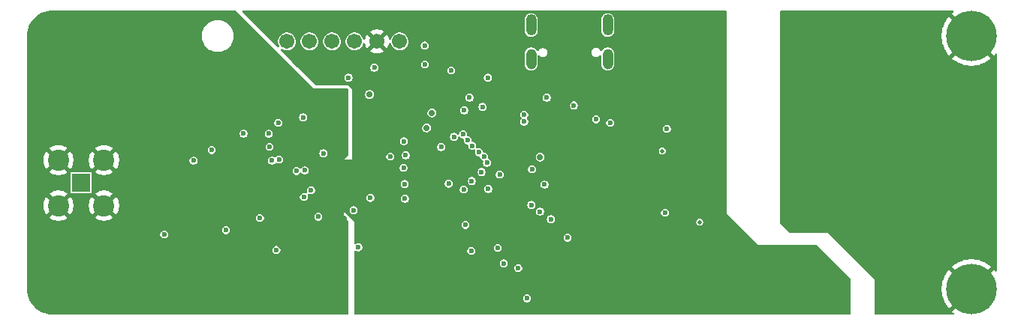
<source format=gbr>
%TF.GenerationSoftware,KiCad,Pcbnew,9.0.2+1*%
%TF.CreationDate,2025-07-24T16:09:37+01:00*%
%TF.ProjectId,OBC,4f42432e-6b69-4636-9164-5f7063625858,rev?*%
%TF.SameCoordinates,Original*%
%TF.FileFunction,Copper,L3,Inr*%
%TF.FilePolarity,Positive*%
%FSLAX45Y45*%
G04 Gerber Fmt 4.5, Leading zero omitted, Abs format (unit mm)*
G04 Created by KiCad (PCBNEW 9.0.2+1) date 2025-07-24 16:09:37*
%MOMM*%
%LPD*%
G01*
G04 APERTURE LIST*
%TA.AperFunction,ComponentPad*%
%ADD10R,2.100000X2.100000*%
%TD*%
%TA.AperFunction,ComponentPad*%
%ADD11C,2.400000*%
%TD*%
%TA.AperFunction,ComponentPad*%
%ADD12O,1.158000X2.316000*%
%TD*%
%TA.AperFunction,ComponentPad*%
%ADD13O,1.200000X2.400000*%
%TD*%
%TA.AperFunction,ComponentPad*%
%ADD14C,5.700000*%
%TD*%
%TA.AperFunction,ComponentPad*%
%ADD15C,1.701800*%
%TD*%
%TA.AperFunction,ViaPad*%
%ADD16C,0.500000*%
%TD*%
%TA.AperFunction,ViaPad*%
%ADD17C,0.600000*%
%TD*%
%TA.AperFunction,ViaPad*%
%ADD18C,0.700000*%
%TD*%
G04 APERTURE END LIST*
D10*
%TO.N,Net-(C19-Pad1)*%
%TO.C,J4*%
X10640000Y-10490000D03*
D11*
%TO.N,GND*%
X10897500Y-10747500D03*
X10897500Y-10232500D03*
X10382500Y-10232500D03*
X10382500Y-10747500D03*
%TD*%
D12*
%TO.N,unconnected-(J6-SHIELD-PadS1)_4*%
%TO.C,J6*%
X16579342Y-9088750D03*
%TO.N,unconnected-(J6-SHIELD-PadS1)_5*%
X15715342Y-9088750D03*
D13*
%TO.N,unconnected-(J6-SHIELD-PadS1)*%
X16579342Y-8706250D03*
%TO.N,unconnected-(J6-SHIELD-PadS1)_3*%
X15715342Y-8706250D03*
%TD*%
D14*
%TO.N,AGND*%
%TO.C,H2*%
X20680000Y-8830000D03*
%TD*%
%TO.N,AGND*%
%TO.C,H3*%
X20680000Y-11690000D03*
%TD*%
D15*
%TO.N,+5V*%
%TO.C,J1*%
X14230000Y-8890000D03*
%TO.N,GND*%
X13976000Y-8890000D03*
%TO.N,/Nav RX UART*%
X13722000Y-8890000D03*
%TO.N,/Nav TX UART*%
X13468000Y-8890000D03*
%TO.N,/Nav RTS UART*%
X13214000Y-8890000D03*
%TO.N,/Nav CTS UART*%
X12960000Y-8890000D03*
%TD*%
D16*
%TO.N,GND*%
X15681417Y-9490000D03*
D17*
X14360000Y-10370500D03*
X16670000Y-11950000D03*
D16*
X14601000Y-10924000D03*
D17*
X17700000Y-11950000D03*
D16*
X15048515Y-9213515D03*
X14145985Y-10760000D03*
D17*
X18225000Y-11950000D03*
X17270000Y-11450000D03*
X18500000Y-11685000D03*
X17526418Y-11255000D03*
D18*
X18966680Y-11821423D03*
D16*
X13943887Y-9285564D03*
D17*
X16655617Y-10090650D03*
X11855000Y-11945000D03*
X17576680Y-10734756D03*
X11155000Y-11945000D03*
D16*
X15837342Y-9219075D03*
D17*
X18050000Y-11950000D03*
X12205000Y-11945000D03*
X18575000Y-11950000D03*
X13443489Y-10124377D03*
X16293000Y-11667500D03*
X10990000Y-9895000D03*
D16*
X12914260Y-10625113D03*
D17*
X11675000Y-9085000D03*
X11330000Y-11945000D03*
X11670000Y-8610000D03*
X15950000Y-11000000D03*
D18*
X13002338Y-9494000D03*
D17*
X14774448Y-9283723D03*
X10995000Y-11440000D03*
D16*
X14806000Y-10879000D03*
D17*
X16596417Y-9590000D03*
X12580000Y-9085000D03*
X13875000Y-9165000D03*
D18*
X19056680Y-11738089D03*
D17*
X12468086Y-10883324D03*
X18925000Y-11950000D03*
D16*
X15294000Y-10790000D03*
X14904000Y-10430000D03*
D17*
X18400000Y-11950000D03*
X16335500Y-11580000D03*
D16*
X14426000Y-10909000D03*
D17*
X17180000Y-11140000D03*
X11505000Y-11945000D03*
X12380000Y-11945000D03*
X10610000Y-11795000D03*
D18*
X11801680Y-11494756D03*
X10643000Y-10974000D03*
D17*
X11325000Y-9085000D03*
X12872417Y-9984000D03*
X17020000Y-11450000D03*
X11420000Y-9005000D03*
X13977183Y-10667149D03*
X12905000Y-11945000D03*
X12680498Y-10959891D03*
D18*
X13601680Y-9494756D03*
D17*
X18218293Y-11570000D03*
X13430000Y-11750000D03*
D16*
X11902417Y-10518624D03*
X14027015Y-10878970D03*
D17*
X11495000Y-8610000D03*
X15541018Y-10038134D03*
D18*
X12401680Y-11494756D03*
D17*
X15809645Y-10112515D03*
D16*
X14904000Y-10260000D03*
D17*
X18150000Y-11685000D03*
X10610000Y-11445000D03*
D16*
X11707386Y-10518624D03*
X14390411Y-9920411D03*
D17*
X10728744Y-11323744D03*
D18*
X12702394Y-9494000D03*
X12701680Y-11494756D03*
D17*
X16150000Y-8740000D03*
X10420000Y-11620000D03*
X10306256Y-11323744D03*
X17600000Y-9972500D03*
X14587333Y-9618084D03*
X16835000Y-9715000D03*
X10182513Y-11447487D03*
X11060000Y-8694347D03*
X15818043Y-10567315D03*
X16825000Y-11950000D03*
X11935000Y-8695000D03*
D18*
X10155000Y-10562000D03*
X15306000Y-11729000D03*
X13602417Y-11194000D03*
D17*
X10316863Y-11200000D03*
X13152417Y-10559000D03*
X10690000Y-11715000D03*
X14524002Y-8857994D03*
X15460000Y-9000000D03*
D18*
X13301680Y-11494756D03*
D16*
X16457284Y-9281734D03*
D17*
X18393293Y-11570000D03*
D16*
X14734000Y-10260000D03*
X14914206Y-11259970D03*
D17*
X16050000Y-10375000D03*
X15240000Y-8760000D03*
X15911000Y-11424000D03*
X13356417Y-10440000D03*
X11500000Y-9085000D03*
X16185500Y-11690000D03*
D18*
X12402389Y-9494000D03*
D17*
X16705000Y-9455000D03*
X12430000Y-10435000D03*
X14920000Y-11950000D03*
X14506617Y-9224357D03*
X16920000Y-8885000D03*
X15800000Y-10740000D03*
X15095827Y-10412944D03*
D18*
X19056680Y-11821423D03*
X10343000Y-10974000D03*
X11201675Y-9494756D03*
X10155000Y-10262000D03*
D16*
X12816744Y-10528242D03*
D17*
X15684066Y-10406629D03*
X11155000Y-11590000D03*
X16023417Y-9479000D03*
X16750000Y-10075000D03*
D16*
X14201417Y-9500000D03*
D18*
X13601680Y-9794756D03*
D17*
X15464504Y-9968087D03*
X16476680Y-11254756D03*
D16*
X14904000Y-10090000D03*
D17*
X17525000Y-11950000D03*
X16430000Y-8740000D03*
X15289239Y-9790000D03*
D18*
X12101680Y-11494756D03*
D17*
X17350000Y-11950000D03*
X16700000Y-9025000D03*
X14860000Y-10565000D03*
D16*
X14989000Y-10345000D03*
X14814000Y-10350000D03*
D17*
X11235000Y-8694347D03*
X17500000Y-9725000D03*
X15445000Y-11950000D03*
X12230000Y-9085000D03*
D16*
X11902417Y-10421752D03*
D17*
X12730000Y-11945000D03*
X10420000Y-11445000D03*
X14946054Y-9509548D03*
D16*
X11804902Y-10518624D03*
D17*
X12405000Y-9400000D03*
X16930000Y-11140000D03*
X16656417Y-9901950D03*
D18*
X10802000Y-10009000D03*
D17*
X17875000Y-11950000D03*
D16*
X14648000Y-10375000D03*
D18*
X11101680Y-9699756D03*
X13602417Y-10894099D03*
D16*
X11902417Y-10615496D03*
D17*
X11145000Y-8610000D03*
X16630000Y-10960000D03*
X18325000Y-11685000D03*
X16145000Y-11950000D03*
X15555000Y-10880000D03*
X15970000Y-11950000D03*
X13605000Y-11750000D03*
X15664174Y-10686189D03*
X12476601Y-9855141D03*
X16495000Y-11950000D03*
D16*
X14422970Y-11041030D03*
D18*
X11501680Y-9494756D03*
D16*
X11240633Y-10374700D03*
D17*
X15620000Y-11950000D03*
X10990000Y-11097500D03*
X14395000Y-11950000D03*
D16*
X15272000Y-11178000D03*
D17*
X13550000Y-9295000D03*
D16*
X14106417Y-9500000D03*
X14723000Y-11357840D03*
D17*
X13880000Y-11950000D03*
X12200000Y-11050000D03*
D16*
X11804902Y-10421752D03*
D17*
X14916929Y-9070297D03*
X17576418Y-10610000D03*
X15795000Y-11950000D03*
X10340000Y-11525000D03*
X12468086Y-11008324D03*
X13255000Y-11945000D03*
X17575000Y-10420000D03*
D16*
X14819000Y-10175000D03*
X12816744Y-10431370D03*
D18*
X11802439Y-9494000D03*
D17*
X11680000Y-11945000D03*
X14775000Y-10045000D03*
X12783864Y-11300500D03*
X14164417Y-9158520D03*
D18*
X11102418Y-11293842D03*
D17*
X15691000Y-11254000D03*
X17475000Y-8851500D03*
X10610000Y-11620000D03*
X14858412Y-9159564D03*
D16*
X15161000Y-9099000D03*
X12914260Y-10528242D03*
D17*
X13255000Y-11750000D03*
X15855000Y-8740000D03*
D16*
X11707386Y-10421752D03*
D17*
X10193119Y-11323744D03*
X10185000Y-8694347D03*
D16*
X14574000Y-11377840D03*
D17*
X13133389Y-10721546D03*
X12370000Y-8610000D03*
X13350000Y-11670000D03*
D18*
X17227000Y-11790000D03*
X11201680Y-11494756D03*
D17*
X14220000Y-11950000D03*
X11502308Y-11096621D03*
X14586393Y-9932470D03*
D16*
X15477500Y-11037500D03*
D17*
X14164417Y-9278520D03*
X12776767Y-10007747D03*
X16380000Y-10960000D03*
X16976000Y-11789000D03*
X15149015Y-9318461D03*
D16*
X15396000Y-11113000D03*
D17*
X19275000Y-11950000D03*
D16*
X15034000Y-10915000D03*
D17*
X17611418Y-9615000D03*
X12405000Y-11585000D03*
X10885000Y-8694347D03*
D16*
X12719229Y-10431370D03*
D17*
X11930000Y-10165000D03*
D16*
X15736089Y-11009911D03*
D17*
X11595000Y-9005000D03*
D16*
X12788536Y-10167120D03*
X14106417Y-9675000D03*
X12719229Y-10625113D03*
D17*
X14800000Y-8743500D03*
D18*
X12102537Y-9494000D03*
D16*
X14201417Y-9675000D03*
D17*
X14903661Y-9800000D03*
X11410000Y-8694347D03*
D16*
X15941000Y-11646000D03*
X12914260Y-10431370D03*
X15589119Y-11130881D03*
D17*
X10430000Y-11200000D03*
X11156565Y-9390000D03*
D18*
X18966680Y-11738089D03*
D17*
X15503663Y-11491825D03*
X13311747Y-10797705D03*
X12065000Y-10055000D03*
X16925000Y-10375000D03*
X13525000Y-11670000D03*
D16*
X13908044Y-10997941D03*
D17*
X17136256Y-10071077D03*
X17142378Y-10754756D03*
X14224550Y-9967500D03*
X17606418Y-9360000D03*
X12020000Y-8610000D03*
D16*
X16197417Y-9340000D03*
D17*
X13766637Y-11144003D03*
X14745000Y-11950000D03*
D18*
X13601680Y-10094756D03*
D17*
X10340000Y-11700000D03*
D16*
X14034000Y-11150000D03*
D17*
X14410000Y-9030000D03*
D16*
X11707386Y-10615496D03*
D17*
X12815000Y-9880000D03*
D18*
X19056680Y-11571423D03*
D16*
X16268417Y-9239000D03*
X14201417Y-9587500D03*
D17*
X17000000Y-11950000D03*
D18*
X16486680Y-10375000D03*
D16*
X13721776Y-10875613D03*
X14989000Y-10175000D03*
X15388000Y-10948000D03*
X14474000Y-10800000D03*
D17*
X10420000Y-11795000D03*
X14520000Y-8575000D03*
D18*
X10943000Y-10974000D03*
D17*
X10852487Y-11447487D03*
D16*
X14304000Y-11160000D03*
D17*
X18568293Y-11570000D03*
X11760000Y-8695000D03*
X13605000Y-11945000D03*
X14365312Y-10220500D03*
X13933609Y-9422030D03*
D16*
X15311000Y-11029000D03*
D17*
X16565110Y-9872600D03*
X12555000Y-11945000D03*
X19100000Y-11950000D03*
X14210190Y-10562180D03*
D16*
X15548323Y-10464677D03*
D17*
X13262417Y-10335850D03*
X14055000Y-11950000D03*
X16726000Y-11789000D03*
D16*
X12719229Y-10528242D03*
X14257000Y-10742000D03*
D17*
X13946000Y-11329000D03*
D16*
X15074000Y-10260000D03*
D17*
X18750000Y-11950000D03*
D16*
X14185029Y-11278970D03*
D18*
X16576680Y-10375000D03*
X10202000Y-10008000D03*
D17*
X12922117Y-9861500D03*
D18*
X10155000Y-10862000D03*
D16*
X12816744Y-10625113D03*
D17*
X12325000Y-9005000D03*
X10605000Y-11200000D03*
X17175000Y-11950000D03*
D16*
X14346000Y-10829000D03*
X14106417Y-9587500D03*
D17*
X17611418Y-9485000D03*
D18*
X13001680Y-11494756D03*
D16*
X16098417Y-9239000D03*
D18*
X11102436Y-10000515D03*
D16*
X15179000Y-8915000D03*
D18*
X11501680Y-11494756D03*
D17*
X10690000Y-11540000D03*
X11845000Y-8610000D03*
X13080000Y-11945000D03*
X16074870Y-11054129D03*
D16*
X11804902Y-10615496D03*
D17*
X11585000Y-8694347D03*
X12195000Y-8610000D03*
X10718137Y-11200000D03*
D18*
X13302417Y-9494000D03*
D17*
X16394493Y-9824142D03*
D18*
X13602417Y-11494000D03*
X10502000Y-10008000D03*
D17*
X11320000Y-8610000D03*
X16494817Y-9346619D03*
X13115152Y-9820000D03*
X14199799Y-10207369D03*
X14885850Y-9667994D03*
D16*
X11588117Y-10901850D03*
D17*
X12500000Y-9005000D03*
X10445000Y-8610000D03*
X16320000Y-11950000D03*
X17725000Y-10825000D03*
D16*
X14726417Y-9470000D03*
D17*
X15163499Y-9706416D03*
X13062481Y-10280169D03*
X12405000Y-9085000D03*
X16373417Y-9496583D03*
X12030000Y-11945000D03*
X13615000Y-9165000D03*
X17610000Y-8851500D03*
X10841881Y-11323744D03*
X17611418Y-9105000D03*
X14360000Y-9315000D03*
X13430000Y-11945000D03*
D18*
X18966680Y-11571423D03*
D17*
X15363489Y-9861920D03*
X10980000Y-9550000D03*
%TO.N,+5V*%
X13656417Y-9300000D03*
X17246680Y-9879737D03*
X17224878Y-10827954D03*
%TO.N,+3.3V*%
X13232417Y-10574824D03*
X13162417Y-10349000D03*
X13766000Y-11219000D03*
X15406417Y-11400000D03*
X15936417Y-10900000D03*
X15725000Y-10335000D03*
X12872417Y-10227683D03*
D18*
X15816417Y-10199000D03*
D17*
X15669000Y-11795000D03*
X15040008Y-11259970D03*
D16*
X17195000Y-10130000D03*
D17*
%TO.N,/Nav TX UART*%
X13946575Y-9187407D03*
D18*
X14596417Y-9700000D03*
%TO.N,/Nav RX UART*%
X13891417Y-9490000D03*
D17*
X14844000Y-9970000D03*
%TO.N,/SD-Card  ~{CS} SPI*%
X15569000Y-11455000D03*
X16126000Y-11109000D03*
%TO.N,/SD-Card MISO SPI*%
X15339000Y-11225000D03*
X14974000Y-10965000D03*
%TO.N,VBUS*%
X15891917Y-9527500D03*
X16197417Y-9615000D03*
%TO.N,Net-(U1-DCC_FB)*%
X12656423Y-10886423D03*
X13068693Y-10355275D03*
%TO.N,/RADIO MISO SPI*%
X12792036Y-10239000D03*
X11907417Y-10239000D03*
X14301000Y-10179000D03*
%TO.N,/BUSY SX1280*%
X14276000Y-10319000D03*
X13152417Y-10649000D03*
%TO.N,/WRITE_RS*%
X15231000Y-10559000D03*
X15815000Y-10815000D03*
%TO.N,/RADIO MOSI SPI*%
X12111526Y-10118109D03*
X12765273Y-10081862D03*
X14126000Y-10194000D03*
%TO.N,/ENABLE_RS*%
X15046000Y-10469000D03*
X15716417Y-10740000D03*
%TO.N,Net-(MCU1-VREG_VOUT)*%
X15216869Y-10262500D03*
X14786000Y-10499000D03*
X15051000Y-10070000D03*
%TO.N,/DIO3 SX1280*%
X14701029Y-10085196D03*
X14289741Y-10503324D03*
%TO.N,/SX1280 ~{CS} SPI*%
X13371333Y-10155084D03*
X12863417Y-9810000D03*
%TO.N,/READ_RS*%
X15866417Y-10510000D03*
X15156037Y-10368192D03*
D18*
%TO.N,/~{PDN} NRF21540*%
X14536417Y-9870000D03*
D17*
X13142417Y-9749000D03*
%TO.N,/RADIO SCK SPI*%
X14281000Y-10019000D03*
X12472417Y-9934000D03*
X12757417Y-9934000D03*
%TO.N,/RX_EN NRF21540*%
X14291000Y-10669000D03*
X12842417Y-11249000D03*
%TO.N,/RP2040/USB_D+*%
X15127000Y-10144000D03*
X15636417Y-9719042D03*
%TO.N,/RP2040/USB_D-*%
X15636417Y-9798542D03*
X15184375Y-10193769D03*
%TO.N,/MODE NRF21540*%
X13901676Y-10660211D03*
X11577417Y-11074000D03*
%TO.N,/TX_EN NRF21540*%
X13316001Y-10872584D03*
X14954000Y-10565000D03*
X12272417Y-11024000D03*
X13711680Y-10799756D03*
D16*
%TO.N,/Buzzer*%
X17616680Y-10934756D03*
D17*
X15360000Y-10396000D03*
%TO.N,Net-(IC1-E2)*%
X16606417Y-9810000D03*
X16447526Y-9771109D03*
%TO.N,/RP2040/MCU SD3 SPI*%
X15226417Y-9300000D03*
X14998500Y-10010000D03*
%TO.N,/RP2040/MCU ~{CS} SPI*%
X14516417Y-9150000D03*
X14960823Y-9670000D03*
X14513794Y-8937659D03*
%TO.N,/RP2040/MCU SD0 SPI*%
X15166417Y-9630000D03*
X14948000Y-9942000D03*
%TO.N,/RP2040/MCU SD1 SPI*%
X14814000Y-9220000D03*
X15019293Y-9525707D03*
%TO.N,AGND*%
X19130000Y-9800000D03*
X19455000Y-10289506D03*
D18*
X19876680Y-11831423D03*
D17*
X20340000Y-11830000D03*
D18*
X19966680Y-11831423D03*
D17*
X19086256Y-10037273D03*
X18991680Y-9974756D03*
X19425000Y-10870000D03*
X20680000Y-11320000D03*
X20860000Y-11255000D03*
X20310000Y-8830000D03*
X20860000Y-9270000D03*
X20335000Y-11550000D03*
D16*
X19172500Y-8822500D03*
D17*
X20205000Y-8830000D03*
X19712443Y-9642256D03*
X19632443Y-9547256D03*
X20340000Y-8690000D03*
X18700000Y-8640000D03*
D16*
X18575000Y-8850000D03*
D18*
X19876680Y-11748089D03*
D17*
X20415000Y-11950000D03*
X20340000Y-9170000D03*
X18806418Y-9485000D03*
X19760000Y-11063162D03*
X19800000Y-10290000D03*
X20680000Y-9310000D03*
X19225000Y-9070000D03*
X19678774Y-11151999D03*
X18806680Y-10736000D03*
X19505000Y-10950000D03*
X20245000Y-11515000D03*
X20940000Y-11430000D03*
X20245000Y-8650000D03*
X18806418Y-9360000D03*
X18695000Y-9705000D03*
X20095000Y-10290000D03*
X19775000Y-10890000D03*
X20940000Y-9095000D03*
D16*
X19038418Y-8710000D03*
D17*
X18806019Y-10607399D03*
X19088774Y-10878838D03*
X19210000Y-9545000D03*
D18*
X19966680Y-11664756D03*
D17*
X20180000Y-9900000D03*
X20680000Y-11220000D03*
X18807418Y-10101000D03*
X18796680Y-10481000D03*
X20820000Y-9170000D03*
X18807418Y-9972500D03*
X20420000Y-11430000D03*
X20420000Y-8570000D03*
X19225000Y-9245000D03*
X20540000Y-11345000D03*
X19168774Y-10958838D03*
X20540000Y-9175000D03*
X20210000Y-11690000D03*
X19130000Y-9625000D03*
X19680000Y-10950000D03*
X20017500Y-10730000D03*
X19295000Y-10290000D03*
X20680000Y-9200000D03*
X19210000Y-9720000D03*
X20310000Y-11690000D03*
X19225000Y-9420000D03*
X18856418Y-8725000D03*
X20245000Y-11865000D03*
X20820000Y-11350000D03*
X18991680Y-10114756D03*
X20335000Y-8975000D03*
D18*
X19966680Y-11748089D03*
D17*
X18806418Y-9610000D03*
X18806418Y-9230000D03*
X18912000Y-10959000D03*
X19712443Y-9817256D03*
X20430000Y-9082500D03*
X19632443Y-9722256D03*
%TD*%
%TA.AperFunction,Conductor*%
%TO.N,AGND*%
G36*
X20477290Y-8542019D02*
G01*
X20481865Y-8547299D01*
X20482860Y-8554215D01*
X20479957Y-8560570D01*
X20478452Y-8562035D01*
X20461392Y-8576036D01*
X20461392Y-8576037D01*
X20585930Y-8700575D01*
X20575767Y-8707959D01*
X20557959Y-8725767D01*
X20550575Y-8735930D01*
X20426037Y-8611392D01*
X20426036Y-8611392D01*
X20410601Y-8630200D01*
X20410601Y-8630200D01*
X20392315Y-8657567D01*
X20392314Y-8657569D01*
X20376799Y-8686596D01*
X20376799Y-8686596D01*
X20364203Y-8717005D01*
X20354648Y-8748504D01*
X20354647Y-8748504D01*
X20348226Y-8780786D01*
X20345000Y-8813543D01*
X20345000Y-8846457D01*
X20348226Y-8879214D01*
X20354647Y-8911496D01*
X20354648Y-8911496D01*
X20364203Y-8942995D01*
X20376799Y-8973404D01*
X20376799Y-8973404D01*
X20392314Y-9002431D01*
X20392315Y-9002433D01*
X20410601Y-9029800D01*
X20410601Y-9029800D01*
X20426036Y-9048608D01*
X20426037Y-9048608D01*
X20550575Y-8924070D01*
X20557959Y-8934233D01*
X20575767Y-8952041D01*
X20585930Y-8959425D01*
X20461392Y-9083963D01*
X20461392Y-9083963D01*
X20480200Y-9099399D01*
X20480200Y-9099399D01*
X20507567Y-9117685D01*
X20507569Y-9117686D01*
X20536596Y-9133201D01*
X20536596Y-9133201D01*
X20567005Y-9145797D01*
X20598504Y-9155352D01*
X20598504Y-9155353D01*
X20630786Y-9161774D01*
X20663543Y-9165000D01*
X20696457Y-9165000D01*
X20729214Y-9161774D01*
X20761496Y-9155353D01*
X20761496Y-9155352D01*
X20792995Y-9145797D01*
X20823404Y-9133201D01*
X20823404Y-9133201D01*
X20852431Y-9117686D01*
X20852433Y-9117685D01*
X20879800Y-9099399D01*
X20898608Y-9083964D01*
X20898608Y-9083963D01*
X20774070Y-8959425D01*
X20784233Y-8952041D01*
X20802041Y-8934233D01*
X20809425Y-8924070D01*
X20933963Y-9048608D01*
X20933964Y-9048608D01*
X20947965Y-9031548D01*
X20953739Y-9027614D01*
X20960724Y-9027427D01*
X20966701Y-9031046D01*
X20969772Y-9037322D01*
X20969950Y-9039414D01*
X20969950Y-11480586D01*
X20967982Y-11487290D01*
X20962701Y-11491865D01*
X20955785Y-11492860D01*
X20949430Y-11489957D01*
X20947965Y-11488452D01*
X20933964Y-11471392D01*
X20933963Y-11471392D01*
X20809425Y-11595930D01*
X20802041Y-11585767D01*
X20784233Y-11567959D01*
X20774070Y-11560575D01*
X20898608Y-11436036D01*
X20898608Y-11436036D01*
X20879800Y-11420601D01*
X20879800Y-11420601D01*
X20852433Y-11402315D01*
X20852431Y-11402314D01*
X20823404Y-11386799D01*
X20823404Y-11386798D01*
X20792995Y-11374202D01*
X20761496Y-11364647D01*
X20761496Y-11364647D01*
X20729214Y-11358226D01*
X20696457Y-11355000D01*
X20663543Y-11355000D01*
X20630786Y-11358226D01*
X20598504Y-11364647D01*
X20598504Y-11364647D01*
X20567005Y-11374202D01*
X20536596Y-11386798D01*
X20536596Y-11386799D01*
X20507569Y-11402314D01*
X20507567Y-11402315D01*
X20480200Y-11420601D01*
X20480200Y-11420601D01*
X20461392Y-11436036D01*
X20461392Y-11436036D01*
X20585930Y-11560575D01*
X20575767Y-11567959D01*
X20557959Y-11585767D01*
X20550575Y-11595930D01*
X20426037Y-11471392D01*
X20426036Y-11471392D01*
X20410601Y-11490200D01*
X20410601Y-11490200D01*
X20392315Y-11517567D01*
X20392314Y-11517569D01*
X20376799Y-11546595D01*
X20376799Y-11546596D01*
X20364203Y-11577005D01*
X20354648Y-11608504D01*
X20354647Y-11608504D01*
X20348226Y-11640786D01*
X20345000Y-11673543D01*
X20345000Y-11706457D01*
X20348226Y-11739214D01*
X20354647Y-11771496D01*
X20354648Y-11771496D01*
X20364203Y-11802995D01*
X20376799Y-11833404D01*
X20376799Y-11833404D01*
X20392314Y-11862431D01*
X20392315Y-11862433D01*
X20410601Y-11889799D01*
X20410601Y-11889800D01*
X20426036Y-11908608D01*
X20426037Y-11908608D01*
X20550575Y-11784070D01*
X20557959Y-11794233D01*
X20575767Y-11812041D01*
X20585930Y-11819425D01*
X20461392Y-11943963D01*
X20461392Y-11943963D01*
X20478452Y-11957965D01*
X20482386Y-11963739D01*
X20482573Y-11970724D01*
X20478954Y-11976700D01*
X20472679Y-11979772D01*
X20470586Y-11979950D01*
X19601080Y-11979950D01*
X19594377Y-11977981D01*
X19589801Y-11972701D01*
X19588680Y-11967550D01*
X19588680Y-11580771D01*
X19588680Y-11580771D01*
X19525500Y-11517567D01*
X19062227Y-11054120D01*
X18628830Y-11054120D01*
X18622126Y-11052152D01*
X18620046Y-11050473D01*
X18526297Y-10956385D01*
X18522959Y-10950247D01*
X18522680Y-10947633D01*
X18522680Y-8552450D01*
X18524649Y-8545746D01*
X18529929Y-8541171D01*
X18535080Y-8540050D01*
X20470586Y-8540050D01*
X20477290Y-8542019D01*
G37*
%TD.AperFunction*%
%TD*%
%TA.AperFunction,Conductor*%
%TO.N,GND*%
G36*
X12383533Y-8542019D02*
G01*
X12385598Y-8543683D01*
X13143744Y-9302032D01*
X13261680Y-9420000D01*
X13640015Y-9420000D01*
X13646719Y-9421969D01*
X13651294Y-9427249D01*
X13652415Y-9432403D01*
X13652341Y-9767560D01*
X13652251Y-10172533D01*
X13650281Y-10179236D01*
X13648619Y-10181298D01*
X13602417Y-10227500D01*
X13602417Y-10227500D01*
X13602466Y-10227500D01*
X13698251Y-10227549D01*
X13698234Y-10188069D01*
X14080950Y-10188069D01*
X14080950Y-10199931D01*
X14084020Y-10211389D01*
X14089951Y-10221661D01*
X14098339Y-10230049D01*
X14108611Y-10235980D01*
X14120069Y-10239050D01*
X14120069Y-10239050D01*
X14131931Y-10239050D01*
X14131931Y-10239050D01*
X14143389Y-10235980D01*
X14153661Y-10230049D01*
X14162049Y-10221661D01*
X14167980Y-10211389D01*
X14171050Y-10199931D01*
X14171050Y-10188069D01*
X14167980Y-10176611D01*
X14165935Y-10173069D01*
X14255950Y-10173069D01*
X14255950Y-10184931D01*
X14259020Y-10196389D01*
X14264951Y-10206661D01*
X14273339Y-10215049D01*
X14283611Y-10220980D01*
X14295069Y-10224050D01*
X14295069Y-10224050D01*
X14306931Y-10224050D01*
X14306931Y-10224050D01*
X14318389Y-10220980D01*
X14328661Y-10215049D01*
X14337049Y-10206661D01*
X14342980Y-10196389D01*
X14346050Y-10184931D01*
X14346050Y-10173069D01*
X14342980Y-10161611D01*
X14337049Y-10151339D01*
X14328661Y-10142951D01*
X14318389Y-10137020D01*
X14306931Y-10133950D01*
X14295069Y-10133950D01*
X14283611Y-10137020D01*
X14283611Y-10137020D01*
X14283611Y-10137020D01*
X14273339Y-10142951D01*
X14273338Y-10142951D01*
X14264951Y-10151338D01*
X14264951Y-10151339D01*
X14259024Y-10161605D01*
X14259020Y-10161611D01*
X14255950Y-10173069D01*
X14165935Y-10173069D01*
X14162049Y-10166339D01*
X14153661Y-10157951D01*
X14143389Y-10152020D01*
X14131931Y-10148950D01*
X14120069Y-10148950D01*
X14108611Y-10152020D01*
X14108611Y-10152020D01*
X14108611Y-10152020D01*
X14098339Y-10157951D01*
X14098338Y-10157951D01*
X14089951Y-10166338D01*
X14089951Y-10166339D01*
X14086065Y-10173069D01*
X14084020Y-10176611D01*
X14080950Y-10188069D01*
X13698234Y-10188069D01*
X13698187Y-10079266D01*
X14655979Y-10079266D01*
X14655979Y-10091127D01*
X14659050Y-10102585D01*
X14664981Y-10112858D01*
X14673368Y-10121245D01*
X14683641Y-10127176D01*
X14695099Y-10130246D01*
X14695099Y-10130246D01*
X14706960Y-10130246D01*
X14706960Y-10130246D01*
X14718418Y-10127176D01*
X14728691Y-10121245D01*
X14737078Y-10112858D01*
X14743009Y-10102585D01*
X14746079Y-10091127D01*
X14746079Y-10079266D01*
X14743009Y-10067808D01*
X14737078Y-10057535D01*
X14728691Y-10049148D01*
X14718418Y-10043217D01*
X14706960Y-10040146D01*
X14695099Y-10040146D01*
X14683641Y-10043217D01*
X14683641Y-10043217D01*
X14683641Y-10043217D01*
X14673368Y-10049148D01*
X14673368Y-10049148D01*
X14664981Y-10057535D01*
X14664981Y-10057535D01*
X14661208Y-10064069D01*
X14659050Y-10067808D01*
X14655979Y-10079266D01*
X13698187Y-10079266D01*
X13698159Y-10013069D01*
X14235950Y-10013069D01*
X14235950Y-10024931D01*
X14239020Y-10036389D01*
X14244951Y-10046661D01*
X14253339Y-10055049D01*
X14263611Y-10060980D01*
X14275069Y-10064050D01*
X14275069Y-10064050D01*
X14286931Y-10064050D01*
X14286931Y-10064050D01*
X14298389Y-10060980D01*
X14308661Y-10055049D01*
X14317049Y-10046661D01*
X14322980Y-10036389D01*
X14326050Y-10024931D01*
X14326050Y-10013069D01*
X14322980Y-10001611D01*
X14317049Y-9991339D01*
X14308661Y-9982951D01*
X14298389Y-9977020D01*
X14286931Y-9973950D01*
X14275069Y-9973950D01*
X14263611Y-9977020D01*
X14263611Y-9977020D01*
X14263611Y-9977020D01*
X14253339Y-9982951D01*
X14253338Y-9982951D01*
X14244951Y-9991338D01*
X14244951Y-9991339D01*
X14239020Y-10001611D01*
X14235950Y-10013069D01*
X13698159Y-10013069D01*
X13698137Y-9964069D01*
X14798950Y-9964069D01*
X14798950Y-9975931D01*
X14802020Y-9987389D01*
X14807951Y-9997661D01*
X14816339Y-10006049D01*
X14826611Y-10011980D01*
X14838069Y-10015050D01*
X14838069Y-10015050D01*
X14849931Y-10015050D01*
X14849931Y-10015050D01*
X14861389Y-10011980D01*
X14871661Y-10006049D01*
X14880049Y-9997661D01*
X14885980Y-9987389D01*
X14889050Y-9975931D01*
X14889050Y-9975931D01*
X14889156Y-9975125D01*
X14889378Y-9975154D01*
X14891018Y-9969569D01*
X14896299Y-9964993D01*
X14903215Y-9963999D01*
X14909570Y-9966902D01*
X14911371Y-9969082D01*
X14911456Y-9969016D01*
X14911951Y-9969661D01*
X14911951Y-9969661D01*
X14920339Y-9978049D01*
X14930611Y-9983980D01*
X14942069Y-9987050D01*
X14942069Y-9987050D01*
X14942875Y-9987156D01*
X14942850Y-9987344D01*
X14948554Y-9989019D01*
X14953130Y-9994299D01*
X14954124Y-10001215D01*
X14953828Y-10002658D01*
X14953450Y-10004069D01*
X14953450Y-10015931D01*
X14956520Y-10027389D01*
X14962451Y-10037661D01*
X14970839Y-10046049D01*
X14981111Y-10051980D01*
X14992569Y-10055050D01*
X14992569Y-10055050D01*
X14993550Y-10055050D01*
X15000254Y-10057019D01*
X15004829Y-10062299D01*
X15005950Y-10067450D01*
X15005950Y-10075931D01*
X15009020Y-10087389D01*
X15014951Y-10097661D01*
X15023339Y-10106049D01*
X15033611Y-10111980D01*
X15045069Y-10115050D01*
X15045069Y-10115050D01*
X15056931Y-10115050D01*
X15056931Y-10115050D01*
X15068389Y-10111980D01*
X15068389Y-10111980D01*
X15069174Y-10111770D01*
X15069215Y-10111926D01*
X15075222Y-10111280D01*
X15081470Y-10114407D01*
X15085036Y-10120416D01*
X15084998Y-10126692D01*
X15084869Y-10127176D01*
X15081950Y-10138069D01*
X15081950Y-10149931D01*
X15085020Y-10161389D01*
X15090951Y-10171661D01*
X15099339Y-10180049D01*
X15109611Y-10185980D01*
X15121069Y-10189050D01*
X15121069Y-10189050D01*
X15127049Y-10189050D01*
X15133753Y-10191019D01*
X15138328Y-10196299D01*
X15139082Y-10198923D01*
X15139115Y-10198915D01*
X15139325Y-10199699D01*
X15139325Y-10199700D01*
X15142395Y-10211157D01*
X15148326Y-10221430D01*
X15156714Y-10229818D01*
X15166987Y-10235749D01*
X15167690Y-10236155D01*
X15167522Y-10236446D01*
X15171749Y-10239850D01*
X15173957Y-10246479D01*
X15173543Y-10250134D01*
X15171819Y-10256569D01*
X15171819Y-10256569D01*
X15171819Y-10268431D01*
X15174889Y-10279889D01*
X15180820Y-10290161D01*
X15189207Y-10298549D01*
X15199480Y-10304480D01*
X15210938Y-10307550D01*
X15210938Y-10307550D01*
X15222799Y-10307550D01*
X15222799Y-10307550D01*
X15234257Y-10304480D01*
X15244530Y-10298549D01*
X15252917Y-10290161D01*
X15258848Y-10279889D01*
X15261919Y-10268431D01*
X15261919Y-10256569D01*
X15258848Y-10245111D01*
X15252917Y-10234839D01*
X15244530Y-10226451D01*
X15234257Y-10220520D01*
X15234257Y-10220520D01*
X15233553Y-10220114D01*
X15233721Y-10219824D01*
X15232811Y-10219091D01*
X15230491Y-10217672D01*
X15230132Y-10216930D01*
X15229490Y-10216412D01*
X15228632Y-10213831D01*
X15227447Y-10211383D01*
X15227494Y-10210408D01*
X15227286Y-10209782D01*
X15227368Y-10207855D01*
X15227474Y-10206983D01*
X15229425Y-10199700D01*
X15229425Y-10192411D01*
X15766367Y-10192411D01*
X15766367Y-10205589D01*
X15767326Y-10209165D01*
X15769778Y-10218319D01*
X15771708Y-10221661D01*
X15776367Y-10229731D01*
X15785686Y-10239050D01*
X15797099Y-10245639D01*
X15809828Y-10249050D01*
X15809828Y-10249050D01*
X15823006Y-10249050D01*
X15823007Y-10249050D01*
X15835736Y-10245639D01*
X15847149Y-10239050D01*
X15856467Y-10229731D01*
X15863057Y-10218319D01*
X15866467Y-10205589D01*
X15866467Y-10192411D01*
X15863057Y-10179681D01*
X15856467Y-10168269D01*
X15847149Y-10158950D01*
X15839600Y-10154591D01*
X15835736Y-10152361D01*
X15826667Y-10149931D01*
X15823007Y-10148950D01*
X15809828Y-10148950D01*
X15797099Y-10152361D01*
X15785686Y-10158950D01*
X15785686Y-10158950D01*
X15776368Y-10168268D01*
X15776367Y-10168269D01*
X15769778Y-10179681D01*
X15768372Y-10184931D01*
X15766367Y-10192411D01*
X15229425Y-10192411D01*
X15229425Y-10187838D01*
X15226355Y-10176380D01*
X15220424Y-10166108D01*
X15212036Y-10157720D01*
X15201764Y-10151789D01*
X15190306Y-10148719D01*
X15184326Y-10148719D01*
X15181615Y-10147923D01*
X15178831Y-10147435D01*
X15178307Y-10146951D01*
X15177623Y-10146750D01*
X15175772Y-10144615D01*
X15173694Y-10142699D01*
X15173412Y-10141891D01*
X15173047Y-10141470D01*
X15172327Y-10139445D01*
X15172050Y-10138382D01*
X15172050Y-10138069D01*
X15168980Y-10126611D01*
X15167892Y-10124727D01*
X17154950Y-10124727D01*
X17154950Y-10135273D01*
X17156790Y-10142140D01*
X17157679Y-10145459D01*
X17157679Y-10145459D01*
X17158425Y-10146750D01*
X17162952Y-10154591D01*
X17170409Y-10162048D01*
X17179541Y-10167321D01*
X17189727Y-10170050D01*
X17189728Y-10170050D01*
X17200273Y-10170050D01*
X17200273Y-10170050D01*
X17210459Y-10167321D01*
X17219591Y-10162048D01*
X17227048Y-10154591D01*
X17232321Y-10145459D01*
X17235050Y-10135273D01*
X17235050Y-10124727D01*
X17232321Y-10114541D01*
X17227048Y-10105409D01*
X17219591Y-10097952D01*
X17210459Y-10092679D01*
X17200273Y-10089950D01*
X17189727Y-10089950D01*
X17179541Y-10092679D01*
X17179541Y-10092679D01*
X17170409Y-10097952D01*
X17162952Y-10105409D01*
X17157679Y-10114541D01*
X17157679Y-10114541D01*
X17154950Y-10124727D01*
X15167892Y-10124727D01*
X15163049Y-10116339D01*
X15154661Y-10107951D01*
X15144389Y-10102020D01*
X15132931Y-10098950D01*
X15121069Y-10098950D01*
X15109611Y-10102020D01*
X15109611Y-10102020D01*
X15108826Y-10102231D01*
X15108785Y-10102075D01*
X15102775Y-10102720D01*
X15096528Y-10099592D01*
X15092964Y-10093582D01*
X15093001Y-10087308D01*
X15096050Y-10075931D01*
X15096050Y-10064069D01*
X15092980Y-10052611D01*
X15087049Y-10042339D01*
X15078661Y-10033951D01*
X15068389Y-10028020D01*
X15056931Y-10024950D01*
X15055950Y-10024950D01*
X15049246Y-10022982D01*
X15044671Y-10017701D01*
X15043550Y-10012550D01*
X15043550Y-10004069D01*
X15043550Y-10004069D01*
X15040480Y-9992611D01*
X15034549Y-9982339D01*
X15026161Y-9973951D01*
X15015889Y-9968020D01*
X15004431Y-9964950D01*
X15004430Y-9964950D01*
X15003625Y-9964844D01*
X15003649Y-9964656D01*
X14997946Y-9962982D01*
X14993370Y-9957701D01*
X14992376Y-9950785D01*
X14992672Y-9949342D01*
X14993050Y-9947931D01*
X14993050Y-9936069D01*
X14989980Y-9924611D01*
X14984049Y-9914339D01*
X14975661Y-9905951D01*
X14965389Y-9900020D01*
X14953931Y-9896950D01*
X14942069Y-9896950D01*
X14930611Y-9900020D01*
X14930611Y-9900020D01*
X14930611Y-9900020D01*
X14920339Y-9905951D01*
X14920338Y-9905951D01*
X14911951Y-9914338D01*
X14911951Y-9914339D01*
X14910623Y-9916639D01*
X14906020Y-9924611D01*
X14905107Y-9928020D01*
X14902950Y-9936069D01*
X14902844Y-9936875D01*
X14902621Y-9936846D01*
X14900981Y-9942431D01*
X14895701Y-9947007D01*
X14888785Y-9948001D01*
X14882430Y-9945098D01*
X14880629Y-9942918D01*
X14880544Y-9942984D01*
X14880049Y-9942339D01*
X14880049Y-9942339D01*
X14871661Y-9933951D01*
X14861389Y-9928020D01*
X14849931Y-9924950D01*
X14838069Y-9924950D01*
X14826611Y-9928020D01*
X14826611Y-9928020D01*
X14826611Y-9928020D01*
X14816339Y-9933951D01*
X14816338Y-9933951D01*
X14807951Y-9942338D01*
X14807951Y-9942339D01*
X14802020Y-9952611D01*
X14798950Y-9964069D01*
X13698137Y-9964069D01*
X13698094Y-9863411D01*
X14486367Y-9863411D01*
X14486367Y-9876589D01*
X14489778Y-9889319D01*
X14493073Y-9895025D01*
X14496367Y-9900731D01*
X14505686Y-9910050D01*
X14517099Y-9916639D01*
X14529828Y-9920050D01*
X14529828Y-9920050D01*
X14543006Y-9920050D01*
X14543007Y-9920050D01*
X14555736Y-9916639D01*
X14567149Y-9910050D01*
X14576467Y-9900731D01*
X14583057Y-9889319D01*
X14586467Y-9876589D01*
X14586467Y-9873806D01*
X17201630Y-9873806D01*
X17201630Y-9885668D01*
X17204701Y-9897126D01*
X17210632Y-9907398D01*
X17219019Y-9915786D01*
X17229292Y-9921717D01*
X17240750Y-9924787D01*
X17240750Y-9924787D01*
X17252611Y-9924787D01*
X17252611Y-9924787D01*
X17264069Y-9921717D01*
X17274342Y-9915786D01*
X17282729Y-9907398D01*
X17288660Y-9897126D01*
X17291730Y-9885668D01*
X17291730Y-9873806D01*
X17288660Y-9862349D01*
X17282729Y-9852076D01*
X17274342Y-9843688D01*
X17264069Y-9837757D01*
X17252611Y-9834687D01*
X17240750Y-9834687D01*
X17229292Y-9837757D01*
X17229292Y-9837757D01*
X17229292Y-9837757D01*
X17219019Y-9843688D01*
X17219019Y-9843688D01*
X17210632Y-9852076D01*
X17210632Y-9852076D01*
X17204701Y-9862349D01*
X17201630Y-9873806D01*
X14586467Y-9873806D01*
X14586467Y-9863411D01*
X14583057Y-9850681D01*
X14576467Y-9839269D01*
X14567149Y-9829950D01*
X14561442Y-9826655D01*
X14555736Y-9823361D01*
X14549371Y-9821655D01*
X14543007Y-9819950D01*
X14529828Y-9819950D01*
X14517099Y-9823361D01*
X14505686Y-9829950D01*
X14505686Y-9829950D01*
X14496368Y-9839268D01*
X14496367Y-9839269D01*
X14489778Y-9850681D01*
X14486367Y-9863411D01*
X13698094Y-9863411D01*
X13698020Y-9693411D01*
X14546367Y-9693411D01*
X14546367Y-9706589D01*
X14549778Y-9719319D01*
X14550944Y-9721338D01*
X14556367Y-9730731D01*
X14565686Y-9740050D01*
X14577099Y-9746639D01*
X14589828Y-9750050D01*
X14589828Y-9750050D01*
X14603006Y-9750050D01*
X14603007Y-9750050D01*
X14615736Y-9746639D01*
X14627149Y-9740050D01*
X14636467Y-9730731D01*
X14643057Y-9719319D01*
X14646467Y-9706589D01*
X14646467Y-9693411D01*
X14643057Y-9680681D01*
X14636467Y-9669269D01*
X14631268Y-9664069D01*
X14915773Y-9664069D01*
X14915773Y-9675931D01*
X14918843Y-9687389D01*
X14924774Y-9697661D01*
X14933162Y-9706049D01*
X14943434Y-9711980D01*
X14954892Y-9715050D01*
X14954892Y-9715050D01*
X14966754Y-9715050D01*
X14966754Y-9715050D01*
X14973991Y-9713111D01*
X15591367Y-9713111D01*
X15591367Y-9724973D01*
X15594438Y-9736430D01*
X15600369Y-9746703D01*
X15600369Y-9746703D01*
X15603689Y-9750024D01*
X15607038Y-9756156D01*
X15606539Y-9763125D01*
X15603689Y-9767560D01*
X15600369Y-9770880D01*
X15600369Y-9770881D01*
X15594438Y-9781153D01*
X15591367Y-9792611D01*
X15591367Y-9804473D01*
X15594438Y-9815930D01*
X15600369Y-9826203D01*
X15608756Y-9834591D01*
X15619029Y-9840522D01*
X15630487Y-9843592D01*
X15630487Y-9843592D01*
X15642348Y-9843592D01*
X15642348Y-9843592D01*
X15653806Y-9840522D01*
X15664079Y-9834591D01*
X15672466Y-9826203D01*
X15678397Y-9815930D01*
X15681467Y-9804473D01*
X15681467Y-9792611D01*
X15678397Y-9781153D01*
X15672466Y-9770881D01*
X15668955Y-9767369D01*
X15668773Y-9767171D01*
X15667795Y-9765178D01*
X16402476Y-9765178D01*
X16402476Y-9777040D01*
X16405547Y-9788498D01*
X16411478Y-9798771D01*
X16419865Y-9807158D01*
X16430138Y-9813089D01*
X16441596Y-9816159D01*
X16441596Y-9816159D01*
X16453457Y-9816159D01*
X16453457Y-9816159D01*
X16464915Y-9813089D01*
X16475188Y-9807158D01*
X16478277Y-9804069D01*
X16561367Y-9804069D01*
X16561367Y-9815931D01*
X16564438Y-9827389D01*
X16570369Y-9837661D01*
X16578756Y-9846049D01*
X16589029Y-9851980D01*
X16600487Y-9855050D01*
X16600487Y-9855050D01*
X16612348Y-9855050D01*
X16612348Y-9855050D01*
X16623806Y-9851980D01*
X16634079Y-9846049D01*
X16642466Y-9837661D01*
X16648397Y-9827389D01*
X16651467Y-9815931D01*
X16651467Y-9804069D01*
X16648397Y-9792611D01*
X16642466Y-9782339D01*
X16634079Y-9773951D01*
X16623806Y-9768020D01*
X16612348Y-9764950D01*
X16600487Y-9764950D01*
X16589029Y-9768020D01*
X16589029Y-9768020D01*
X16589029Y-9768020D01*
X16578756Y-9773951D01*
X16578756Y-9773951D01*
X16570369Y-9782338D01*
X16570369Y-9782339D01*
X16565380Y-9790980D01*
X16564438Y-9792611D01*
X16561367Y-9804069D01*
X16478277Y-9804069D01*
X16483575Y-9798771D01*
X16489506Y-9788498D01*
X16492576Y-9777040D01*
X16492576Y-9765178D01*
X16489506Y-9753721D01*
X16483575Y-9743448D01*
X16475188Y-9735060D01*
X16464915Y-9729129D01*
X16453457Y-9726059D01*
X16441596Y-9726059D01*
X16430138Y-9729129D01*
X16430138Y-9729129D01*
X16430138Y-9729129D01*
X16419865Y-9735060D01*
X16419865Y-9735061D01*
X16411478Y-9743448D01*
X16411478Y-9743448D01*
X16409598Y-9746703D01*
X16405547Y-9753721D01*
X16402476Y-9765178D01*
X15667795Y-9765178D01*
X15667347Y-9764266D01*
X15665797Y-9761428D01*
X15665817Y-9761149D01*
X15665694Y-9760899D01*
X15666065Y-9757685D01*
X15666296Y-9754458D01*
X15666468Y-9754190D01*
X15666495Y-9753958D01*
X15667064Y-9753263D01*
X15669146Y-9750024D01*
X15672466Y-9746703D01*
X15678397Y-9736430D01*
X15681467Y-9724973D01*
X15681467Y-9713111D01*
X15678397Y-9701653D01*
X15672466Y-9691381D01*
X15664079Y-9682993D01*
X15653806Y-9677062D01*
X15642348Y-9673992D01*
X15630487Y-9673992D01*
X15619029Y-9677062D01*
X15619029Y-9677062D01*
X15619029Y-9677062D01*
X15608756Y-9682993D01*
X15608756Y-9682993D01*
X15600369Y-9691380D01*
X15600369Y-9691381D01*
X15594438Y-9701653D01*
X15591367Y-9713111D01*
X14973991Y-9713111D01*
X14978212Y-9711980D01*
X14988484Y-9706049D01*
X14996872Y-9697661D01*
X15002803Y-9687389D01*
X15005873Y-9675931D01*
X15005873Y-9664069D01*
X15002803Y-9652611D01*
X14996872Y-9642339D01*
X14988484Y-9633951D01*
X14978212Y-9628020D01*
X14966754Y-9624950D01*
X14954892Y-9624950D01*
X14943434Y-9628020D01*
X14943434Y-9628020D01*
X14943434Y-9628020D01*
X14933162Y-9633951D01*
X14933161Y-9633951D01*
X14924774Y-9642338D01*
X14924774Y-9642339D01*
X14921859Y-9647389D01*
X14918843Y-9652611D01*
X14915773Y-9664069D01*
X14631268Y-9664069D01*
X14627149Y-9659950D01*
X14621442Y-9656655D01*
X14615736Y-9653361D01*
X14607107Y-9651049D01*
X14603007Y-9649950D01*
X14589828Y-9649950D01*
X14577099Y-9653361D01*
X14565686Y-9659950D01*
X14565686Y-9659950D01*
X14556368Y-9669268D01*
X14556367Y-9669269D01*
X14549778Y-9680681D01*
X14546367Y-9693411D01*
X13698020Y-9693411D01*
X13697990Y-9624069D01*
X15121367Y-9624069D01*
X15121367Y-9635931D01*
X15124438Y-9647389D01*
X15130369Y-9657661D01*
X15138756Y-9666049D01*
X15149029Y-9671980D01*
X15160487Y-9675050D01*
X15160487Y-9675050D01*
X15172348Y-9675050D01*
X15172348Y-9675050D01*
X15183806Y-9671980D01*
X15194079Y-9666049D01*
X15202466Y-9657661D01*
X15208397Y-9647389D01*
X15211467Y-9635931D01*
X15211467Y-9624069D01*
X15208397Y-9612611D01*
X15206352Y-9609069D01*
X16152367Y-9609069D01*
X16152367Y-9620931D01*
X16155438Y-9632389D01*
X16161369Y-9642661D01*
X16169756Y-9651049D01*
X16180029Y-9656980D01*
X16191487Y-9660050D01*
X16191487Y-9660050D01*
X16203348Y-9660050D01*
X16203348Y-9660050D01*
X16214806Y-9656980D01*
X16225079Y-9651049D01*
X16233466Y-9642661D01*
X16239397Y-9632389D01*
X16242467Y-9620931D01*
X16242467Y-9609069D01*
X16239397Y-9597611D01*
X16233466Y-9587339D01*
X16225079Y-9578951D01*
X16214806Y-9573020D01*
X16203348Y-9569950D01*
X16191487Y-9569950D01*
X16180029Y-9573020D01*
X16180029Y-9573020D01*
X16180029Y-9573020D01*
X16169756Y-9578951D01*
X16169756Y-9578951D01*
X16161369Y-9587338D01*
X16161369Y-9587339D01*
X16155438Y-9597611D01*
X16152367Y-9609069D01*
X15206352Y-9609069D01*
X15202466Y-9602339D01*
X15194079Y-9593951D01*
X15183806Y-9588020D01*
X15172348Y-9584950D01*
X15160487Y-9584950D01*
X15149029Y-9588020D01*
X15149029Y-9588020D01*
X15149029Y-9588020D01*
X15138756Y-9593951D01*
X15138756Y-9593951D01*
X15130369Y-9602338D01*
X15130369Y-9602339D01*
X15126483Y-9609069D01*
X15124438Y-9612611D01*
X15121367Y-9624069D01*
X13697990Y-9624069D01*
X13697929Y-9483411D01*
X13841367Y-9483411D01*
X13841367Y-9496589D01*
X13842238Y-9499838D01*
X13844778Y-9509319D01*
X13845236Y-9510111D01*
X13851367Y-9520731D01*
X13860686Y-9530050D01*
X13872099Y-9536639D01*
X13884828Y-9540050D01*
X13884828Y-9540050D01*
X13898006Y-9540050D01*
X13898007Y-9540050D01*
X13910736Y-9536639D01*
X13922149Y-9530050D01*
X13931467Y-9520731D01*
X13932019Y-9519776D01*
X14974243Y-9519776D01*
X14974243Y-9531638D01*
X14977313Y-9543096D01*
X14983244Y-9553369D01*
X14991631Y-9561756D01*
X15001904Y-9567687D01*
X15013362Y-9570757D01*
X15013362Y-9570757D01*
X15025223Y-9570757D01*
X15025224Y-9570757D01*
X15036681Y-9567687D01*
X15046954Y-9561756D01*
X15055342Y-9553369D01*
X15061273Y-9543096D01*
X15064343Y-9531638D01*
X15064343Y-9521569D01*
X15846867Y-9521569D01*
X15846867Y-9533431D01*
X15849938Y-9544889D01*
X15855869Y-9555161D01*
X15864256Y-9563549D01*
X15874529Y-9569480D01*
X15885987Y-9572550D01*
X15885987Y-9572550D01*
X15897848Y-9572550D01*
X15897848Y-9572550D01*
X15909306Y-9569480D01*
X15919579Y-9563549D01*
X15927966Y-9555161D01*
X15933897Y-9544889D01*
X15936967Y-9533431D01*
X15936967Y-9521569D01*
X15933897Y-9510111D01*
X15927966Y-9499839D01*
X15919579Y-9491451D01*
X15909306Y-9485520D01*
X15897848Y-9482450D01*
X15885987Y-9482450D01*
X15874529Y-9485520D01*
X15874529Y-9485520D01*
X15874529Y-9485520D01*
X15864256Y-9491451D01*
X15864256Y-9491451D01*
X15855869Y-9499838D01*
X15855869Y-9499839D01*
X15849938Y-9510111D01*
X15846867Y-9521569D01*
X15064343Y-9521569D01*
X15064343Y-9519776D01*
X15061273Y-9508319D01*
X15055342Y-9498046D01*
X15046954Y-9489658D01*
X15036681Y-9483727D01*
X15025224Y-9480657D01*
X15013362Y-9480657D01*
X15001904Y-9483727D01*
X15001904Y-9483727D01*
X15001904Y-9483728D01*
X14991631Y-9489658D01*
X14991631Y-9489659D01*
X14983244Y-9498046D01*
X14983244Y-9498046D01*
X14977313Y-9508319D01*
X14974243Y-9519776D01*
X13932019Y-9519776D01*
X13938057Y-9509319D01*
X13941467Y-9496589D01*
X13941467Y-9483411D01*
X13938057Y-9470681D01*
X13931467Y-9459269D01*
X13922149Y-9449950D01*
X13916442Y-9446655D01*
X13910736Y-9443361D01*
X13904371Y-9441655D01*
X13898007Y-9439950D01*
X13884828Y-9439950D01*
X13872099Y-9443361D01*
X13860686Y-9449950D01*
X13860686Y-9449950D01*
X13851368Y-9459268D01*
X13851367Y-9459269D01*
X13844778Y-9470681D01*
X13842105Y-9480657D01*
X13841367Y-9483411D01*
X13697929Y-9483411D01*
X13697905Y-9427793D01*
X13655447Y-9385281D01*
X13653086Y-9385280D01*
X13289498Y-9385016D01*
X13282795Y-9383043D01*
X13280746Y-9381392D01*
X13193281Y-9294069D01*
X13611367Y-9294069D01*
X13611367Y-9305931D01*
X13614438Y-9317389D01*
X13620369Y-9327661D01*
X13628756Y-9336049D01*
X13639029Y-9341980D01*
X13650487Y-9345050D01*
X13650487Y-9345050D01*
X13662348Y-9345050D01*
X13662348Y-9345050D01*
X13673806Y-9341980D01*
X13684079Y-9336049D01*
X13692466Y-9327661D01*
X13698397Y-9317389D01*
X13701467Y-9305931D01*
X13701467Y-9294069D01*
X15181367Y-9294069D01*
X15181367Y-9305931D01*
X15184438Y-9317389D01*
X15190369Y-9327661D01*
X15198756Y-9336049D01*
X15209029Y-9341980D01*
X15220487Y-9345050D01*
X15220487Y-9345050D01*
X15232348Y-9345050D01*
X15232348Y-9345050D01*
X15243806Y-9341980D01*
X15254079Y-9336049D01*
X15262466Y-9327661D01*
X15268397Y-9317389D01*
X15271467Y-9305931D01*
X15271467Y-9294069D01*
X15268397Y-9282611D01*
X15262466Y-9272339D01*
X15254079Y-9263951D01*
X15243806Y-9258020D01*
X15232348Y-9254950D01*
X15220487Y-9254950D01*
X15209029Y-9258020D01*
X15209029Y-9258020D01*
X15209029Y-9258020D01*
X15198756Y-9263951D01*
X15198756Y-9263951D01*
X15190369Y-9272338D01*
X15190369Y-9272339D01*
X15184438Y-9282611D01*
X15181367Y-9294069D01*
X13701467Y-9294069D01*
X13698397Y-9282611D01*
X13692466Y-9272339D01*
X13684079Y-9263951D01*
X13673806Y-9258020D01*
X13662348Y-9254950D01*
X13650487Y-9254950D01*
X13639029Y-9258020D01*
X13639029Y-9258020D01*
X13639029Y-9258020D01*
X13628756Y-9263951D01*
X13628756Y-9263951D01*
X13620369Y-9272338D01*
X13620369Y-9272339D01*
X13614438Y-9282611D01*
X13611367Y-9294069D01*
X13193281Y-9294069D01*
X13080505Y-9181476D01*
X13901525Y-9181476D01*
X13901525Y-9193338D01*
X13904595Y-9204796D01*
X13910526Y-9215068D01*
X13918913Y-9223456D01*
X13929186Y-9229387D01*
X13940644Y-9232457D01*
X13940644Y-9232457D01*
X13952505Y-9232457D01*
X13952506Y-9232457D01*
X13963963Y-9229387D01*
X13974236Y-9223456D01*
X13982624Y-9215068D01*
X13983200Y-9214069D01*
X14768950Y-9214069D01*
X14768950Y-9225931D01*
X14772020Y-9237389D01*
X14777951Y-9247661D01*
X14786339Y-9256049D01*
X14796611Y-9261980D01*
X14808069Y-9265050D01*
X14808069Y-9265050D01*
X14819931Y-9265050D01*
X14819931Y-9265050D01*
X14831389Y-9261980D01*
X14841661Y-9256049D01*
X14850049Y-9247661D01*
X14855980Y-9237389D01*
X14859050Y-9225931D01*
X14859050Y-9214069D01*
X14855980Y-9202611D01*
X14850049Y-9192339D01*
X14841661Y-9183951D01*
X14831389Y-9178020D01*
X14819931Y-9174950D01*
X14808069Y-9174950D01*
X14796611Y-9178020D01*
X14796611Y-9178020D01*
X14796611Y-9178020D01*
X14786339Y-9183951D01*
X14786338Y-9183951D01*
X14777951Y-9192338D01*
X14777951Y-9192339D01*
X14772020Y-9202611D01*
X14768950Y-9214069D01*
X13983200Y-9214069D01*
X13988555Y-9204796D01*
X13991625Y-9193338D01*
X13991625Y-9181476D01*
X13988555Y-9170018D01*
X13982624Y-9159746D01*
X13974236Y-9151358D01*
X13963963Y-9145427D01*
X13958896Y-9144069D01*
X14471367Y-9144069D01*
X14471367Y-9155931D01*
X14474438Y-9167389D01*
X14480369Y-9177661D01*
X14488756Y-9186049D01*
X14499029Y-9191980D01*
X14510487Y-9195050D01*
X14510487Y-9195050D01*
X14522348Y-9195050D01*
X14522348Y-9195050D01*
X14533806Y-9191980D01*
X14544079Y-9186049D01*
X14552466Y-9177661D01*
X14558397Y-9167389D01*
X14561467Y-9155931D01*
X14561467Y-9144069D01*
X14558397Y-9132611D01*
X14552466Y-9122339D01*
X14544079Y-9113951D01*
X14533806Y-9108020D01*
X14522348Y-9104950D01*
X14510487Y-9104950D01*
X14499029Y-9108020D01*
X14499029Y-9108020D01*
X14499029Y-9108020D01*
X14488756Y-9113951D01*
X14488756Y-9113951D01*
X14480369Y-9122338D01*
X14480369Y-9122339D01*
X14474438Y-9132611D01*
X14471367Y-9144069D01*
X13958896Y-9144069D01*
X13952506Y-9142357D01*
X13940644Y-9142357D01*
X13929186Y-9145427D01*
X13929186Y-9145427D01*
X13929186Y-9145427D01*
X13918913Y-9151358D01*
X13918913Y-9151358D01*
X13910526Y-9159745D01*
X13910526Y-9159746D01*
X13904595Y-9170018D01*
X13901525Y-9181476D01*
X13080505Y-9181476D01*
X13021271Y-9122338D01*
X12895835Y-8997106D01*
X12892481Y-8990977D01*
X12892974Y-8984007D01*
X12897157Y-8978410D01*
X12903701Y-8975963D01*
X12910530Y-8977443D01*
X12911485Y-8978021D01*
X12912565Y-8978742D01*
X12912565Y-8978743D01*
X12912566Y-8978743D01*
X12912566Y-8978743D01*
X12912566Y-8978743D01*
X12928924Y-8985519D01*
X12930790Y-8986292D01*
X12930791Y-8986292D01*
X12930791Y-8986292D01*
X12950137Y-8990140D01*
X12950137Y-8990140D01*
X12969863Y-8990140D01*
X12982879Y-8987551D01*
X12989210Y-8986292D01*
X13007434Y-8978743D01*
X13023835Y-8967784D01*
X13037784Y-8953836D01*
X13048743Y-8937434D01*
X13056292Y-8919210D01*
X13058151Y-8909864D01*
X13060140Y-8899863D01*
X13113860Y-8899863D01*
X13117708Y-8919209D01*
X13117708Y-8919210D01*
X13125257Y-8937433D01*
X13125257Y-8937435D01*
X13136216Y-8953835D01*
X13136216Y-8953836D01*
X13150164Y-8967784D01*
X13150164Y-8967784D01*
X13166565Y-8978743D01*
X13166566Y-8978743D01*
X13182924Y-8985519D01*
X13184790Y-8986292D01*
X13184791Y-8986292D01*
X13184791Y-8986292D01*
X13204137Y-8990140D01*
X13204137Y-8990140D01*
X13223863Y-8990140D01*
X13236879Y-8987551D01*
X13243210Y-8986292D01*
X13261434Y-8978743D01*
X13277835Y-8967784D01*
X13291784Y-8953836D01*
X13302743Y-8937434D01*
X13310292Y-8919210D01*
X13312151Y-8909864D01*
X13314140Y-8899863D01*
X13367860Y-8899863D01*
X13371708Y-8919209D01*
X13371708Y-8919210D01*
X13379257Y-8937433D01*
X13379257Y-8937435D01*
X13390216Y-8953835D01*
X13390216Y-8953836D01*
X13404164Y-8967784D01*
X13404164Y-8967784D01*
X13420565Y-8978743D01*
X13420566Y-8978743D01*
X13436924Y-8985519D01*
X13438790Y-8986292D01*
X13438791Y-8986292D01*
X13438791Y-8986292D01*
X13458137Y-8990140D01*
X13458137Y-8990140D01*
X13477863Y-8990140D01*
X13490879Y-8987551D01*
X13497210Y-8986292D01*
X13515434Y-8978743D01*
X13531835Y-8967784D01*
X13545784Y-8953836D01*
X13556743Y-8937434D01*
X13564292Y-8919210D01*
X13566151Y-8909864D01*
X13568140Y-8899863D01*
X13621860Y-8899863D01*
X13625708Y-8919209D01*
X13625708Y-8919210D01*
X13633257Y-8937433D01*
X13633257Y-8937435D01*
X13644216Y-8953835D01*
X13644216Y-8953836D01*
X13658164Y-8967784D01*
X13658164Y-8967784D01*
X13674565Y-8978743D01*
X13674566Y-8978743D01*
X13690924Y-8985519D01*
X13692790Y-8986292D01*
X13692791Y-8986292D01*
X13692791Y-8986292D01*
X13712137Y-8990140D01*
X13712137Y-8990140D01*
X13731863Y-8990140D01*
X13744879Y-8987551D01*
X13751210Y-8986292D01*
X13753076Y-8985519D01*
X13753340Y-8985409D01*
X13769433Y-8978743D01*
X13769433Y-8978743D01*
X13769434Y-8978743D01*
X13785835Y-8967784D01*
X13799784Y-8953836D01*
X13810743Y-8937434D01*
X13818292Y-8919210D01*
X13818975Y-8915773D01*
X13822213Y-8909583D01*
X13828285Y-8906125D01*
X13835262Y-8906499D01*
X13840929Y-8910586D01*
X13843384Y-8916253D01*
X13844236Y-8921634D01*
X13850807Y-8941856D01*
X13850807Y-8941857D01*
X13860461Y-8960803D01*
X13864408Y-8966236D01*
X13864408Y-8966236D01*
X13919792Y-8910853D01*
X13920378Y-8913040D01*
X13928236Y-8926651D01*
X13939349Y-8937764D01*
X13952960Y-8945622D01*
X13955147Y-8946208D01*
X13899764Y-9001591D01*
X13899764Y-9001592D01*
X13905197Y-9005539D01*
X13924143Y-9015193D01*
X13924144Y-9015193D01*
X13944366Y-9021764D01*
X13965368Y-9025090D01*
X13986632Y-9025090D01*
X13995632Y-9023665D01*
X15642392Y-9023665D01*
X15642392Y-9153835D01*
X15645196Y-9167928D01*
X15645196Y-9167929D01*
X15650695Y-9181204D01*
X15650695Y-9181205D01*
X15658678Y-9193153D01*
X15658679Y-9193153D01*
X15668839Y-9203314D01*
X15668840Y-9203314D01*
X15680787Y-9211297D01*
X15680788Y-9211298D01*
X15689891Y-9215068D01*
X15694064Y-9216797D01*
X15694064Y-9216797D01*
X15694064Y-9216797D01*
X15708157Y-9219600D01*
X15708157Y-9219600D01*
X15708157Y-9219600D01*
X15722528Y-9219600D01*
X15722528Y-9219600D01*
X15727225Y-9218666D01*
X15736620Y-9216797D01*
X15736621Y-9216797D01*
X15736621Y-9216797D01*
X15749897Y-9211298D01*
X15761845Y-9203314D01*
X15772006Y-9193153D01*
X15779990Y-9181205D01*
X15785489Y-9167929D01*
X15785597Y-9167389D01*
X15787876Y-9155931D01*
X15788292Y-9153835D01*
X15788292Y-9057918D01*
X15790261Y-9051214D01*
X15795541Y-9046638D01*
X15802457Y-9045644D01*
X15808813Y-9048546D01*
X15809461Y-9049150D01*
X15816611Y-9056300D01*
X15828024Y-9062889D01*
X15840753Y-9066300D01*
X15840753Y-9066300D01*
X15853931Y-9066300D01*
X15853932Y-9066300D01*
X15866661Y-9062889D01*
X15878074Y-9056300D01*
X15887392Y-9046981D01*
X15893982Y-9035569D01*
X15897392Y-9022839D01*
X15897392Y-9009661D01*
X15897340Y-9009463D01*
X16395792Y-9009463D01*
X16395792Y-9023037D01*
X16396447Y-9025481D01*
X16399306Y-9036148D01*
X16406092Y-9047902D01*
X16406092Y-9047902D01*
X16406092Y-9047902D01*
X16415690Y-9057500D01*
X16415690Y-9057500D01*
X16415690Y-9057500D01*
X16427445Y-9064287D01*
X16427445Y-9064287D01*
X16427445Y-9064287D01*
X16440556Y-9067800D01*
X16440556Y-9067800D01*
X16454129Y-9067800D01*
X16454129Y-9067800D01*
X16467240Y-9064287D01*
X16478995Y-9057500D01*
X16485224Y-9051271D01*
X16491357Y-9047922D01*
X16498326Y-9048421D01*
X16503919Y-9052608D01*
X16506361Y-9059154D01*
X16506392Y-9060039D01*
X16506392Y-9153835D01*
X16509196Y-9167928D01*
X16509196Y-9167929D01*
X16514695Y-9181204D01*
X16514695Y-9181205D01*
X16522678Y-9193153D01*
X16522679Y-9193153D01*
X16532839Y-9203314D01*
X16532840Y-9203314D01*
X16544787Y-9211297D01*
X16544788Y-9211298D01*
X16553891Y-9215068D01*
X16558064Y-9216797D01*
X16558064Y-9216797D01*
X16558064Y-9216797D01*
X16572157Y-9219600D01*
X16572157Y-9219600D01*
X16572157Y-9219600D01*
X16586528Y-9219600D01*
X16586528Y-9219600D01*
X16591225Y-9218666D01*
X16600620Y-9216797D01*
X16600621Y-9216797D01*
X16600621Y-9216797D01*
X16613897Y-9211298D01*
X16625845Y-9203314D01*
X16636006Y-9193153D01*
X16643990Y-9181205D01*
X16649489Y-9167929D01*
X16649597Y-9167389D01*
X16651876Y-9155931D01*
X16652292Y-9153835D01*
X16652292Y-9023665D01*
X16651304Y-9018696D01*
X16649489Y-9009572D01*
X16649489Y-9009571D01*
X16649444Y-9009463D01*
X16646184Y-9001592D01*
X16643990Y-8996296D01*
X16643990Y-8996295D01*
X16636006Y-8984347D01*
X16636006Y-8984347D01*
X16625846Y-8974186D01*
X16625845Y-8974186D01*
X16613898Y-8966203D01*
X16613897Y-8966202D01*
X16600621Y-8960703D01*
X16600620Y-8960703D01*
X16586528Y-8957900D01*
X16586527Y-8957900D01*
X16572157Y-8957900D01*
X16572157Y-8957900D01*
X16558064Y-8960703D01*
X16558064Y-8960703D01*
X16544788Y-8966202D01*
X16544787Y-8966203D01*
X16532840Y-8974186D01*
X16532839Y-8974186D01*
X16522679Y-8984347D01*
X16522678Y-8984347D01*
X16515393Y-8995250D01*
X16510032Y-8999730D01*
X16503100Y-9000601D01*
X16496797Y-8997585D01*
X16494345Y-8994560D01*
X16491793Y-8990140D01*
X16488593Y-8984598D01*
X16478995Y-8975000D01*
X16478995Y-8975000D01*
X16478994Y-8975000D01*
X16467240Y-8968213D01*
X16467240Y-8968213D01*
X16461770Y-8966747D01*
X16454129Y-8964700D01*
X16440556Y-8964700D01*
X16432915Y-8966747D01*
X16427445Y-8968213D01*
X16415690Y-8975000D01*
X16415690Y-8975000D01*
X16406092Y-8984597D01*
X16406092Y-8984598D01*
X16399306Y-8996352D01*
X16399306Y-8996353D01*
X16395792Y-9009463D01*
X15897340Y-9009463D01*
X15893982Y-8996931D01*
X15887392Y-8985519D01*
X15878074Y-8976200D01*
X15872367Y-8972905D01*
X15866661Y-8969611D01*
X15855975Y-8966747D01*
X15853932Y-8966200D01*
X15840753Y-8966200D01*
X15828024Y-8969611D01*
X15816611Y-8976200D01*
X15816611Y-8976200D01*
X15807293Y-8985518D01*
X15807292Y-8985519D01*
X15801269Y-8995951D01*
X15796212Y-9000772D01*
X15789352Y-9002095D01*
X15782865Y-8999498D01*
X15780220Y-8996640D01*
X15772006Y-8984347D01*
X15772006Y-8984347D01*
X15761846Y-8974186D01*
X15761845Y-8974186D01*
X15749898Y-8966203D01*
X15749897Y-8966202D01*
X15736621Y-8960703D01*
X15736620Y-8960703D01*
X15722528Y-8957900D01*
X15722527Y-8957900D01*
X15708157Y-8957900D01*
X15708157Y-8957900D01*
X15694064Y-8960703D01*
X15694064Y-8960703D01*
X15680788Y-8966202D01*
X15680787Y-8966203D01*
X15668840Y-8974186D01*
X15668839Y-8974186D01*
X15658679Y-8984347D01*
X15658678Y-8984347D01*
X15650695Y-8996295D01*
X15650695Y-8996296D01*
X15645196Y-9009571D01*
X15645196Y-9009572D01*
X15642392Y-9023665D01*
X13995632Y-9023665D01*
X14007634Y-9021764D01*
X14027856Y-9015193D01*
X14027857Y-9015193D01*
X14034108Y-9012007D01*
X14046802Y-9005540D01*
X14046803Y-9005539D01*
X14052236Y-9001592D01*
X14052236Y-9001591D01*
X13996853Y-8946208D01*
X13999039Y-8945622D01*
X14012650Y-8937764D01*
X14023764Y-8926651D01*
X14031622Y-8913040D01*
X14032208Y-8910853D01*
X14087591Y-8966236D01*
X14087591Y-8966236D01*
X14091539Y-8960803D01*
X14091540Y-8960802D01*
X14101193Y-8941857D01*
X14101193Y-8941856D01*
X14107764Y-8921634D01*
X14108616Y-8916253D01*
X14111609Y-8909940D01*
X14117540Y-8906246D01*
X14124526Y-8906346D01*
X14130349Y-8910207D01*
X14133025Y-8915773D01*
X14133708Y-8919209D01*
X14133708Y-8919210D01*
X14141257Y-8937433D01*
X14141257Y-8937435D01*
X14152216Y-8953835D01*
X14152216Y-8953836D01*
X14166164Y-8967784D01*
X14166164Y-8967784D01*
X14182565Y-8978743D01*
X14182566Y-8978743D01*
X14198924Y-8985519D01*
X14200790Y-8986292D01*
X14200791Y-8986292D01*
X14200791Y-8986292D01*
X14220137Y-8990140D01*
X14220137Y-8990140D01*
X14239863Y-8990140D01*
X14252879Y-8987551D01*
X14259210Y-8986292D01*
X14277434Y-8978743D01*
X14293835Y-8967784D01*
X14307784Y-8953836D01*
X14318743Y-8937434D01*
X14321106Y-8931728D01*
X14468744Y-8931728D01*
X14468744Y-8943590D01*
X14471814Y-8955048D01*
X14477745Y-8965321D01*
X14486133Y-8973708D01*
X14496406Y-8979639D01*
X14507863Y-8982709D01*
X14507864Y-8982709D01*
X14519725Y-8982709D01*
X14519725Y-8982709D01*
X14531183Y-8979639D01*
X14541455Y-8973708D01*
X14549843Y-8965321D01*
X14555774Y-8955048D01*
X14558844Y-8943590D01*
X14558844Y-8931728D01*
X14555774Y-8920271D01*
X14549843Y-8909998D01*
X14541455Y-8901610D01*
X14531183Y-8895679D01*
X14519725Y-8892609D01*
X14507863Y-8892609D01*
X14496406Y-8895679D01*
X14496405Y-8895679D01*
X14496405Y-8895680D01*
X14486133Y-8901610D01*
X14486133Y-8901611D01*
X14477745Y-8909998D01*
X14477745Y-8909998D01*
X14472427Y-8919210D01*
X14471814Y-8920271D01*
X14468744Y-8931728D01*
X14321106Y-8931728D01*
X14326292Y-8919210D01*
X14328151Y-8909864D01*
X14330140Y-8899863D01*
X14330140Y-8880137D01*
X14326292Y-8860791D01*
X14326292Y-8860791D01*
X14326292Y-8860790D01*
X14320038Y-8845694D01*
X14318743Y-8842567D01*
X14318742Y-8842565D01*
X14307784Y-8826165D01*
X14307783Y-8826164D01*
X14293836Y-8812216D01*
X14293835Y-8812216D01*
X14277435Y-8801257D01*
X14277433Y-8801257D01*
X14259210Y-8793709D01*
X14259209Y-8793708D01*
X14239863Y-8789860D01*
X14239863Y-8789860D01*
X14220137Y-8789860D01*
X14220137Y-8789860D01*
X14200791Y-8793708D01*
X14200790Y-8793709D01*
X14182566Y-8801257D01*
X14182565Y-8801257D01*
X14166164Y-8812216D01*
X14166164Y-8812216D01*
X14152216Y-8826164D01*
X14152216Y-8826165D01*
X14141257Y-8842565D01*
X14141257Y-8842567D01*
X14133708Y-8860790D01*
X14133708Y-8860791D01*
X14133025Y-8864227D01*
X14129786Y-8870418D01*
X14123715Y-8873875D01*
X14116738Y-8873501D01*
X14111070Y-8869414D01*
X14108616Y-8863747D01*
X14107763Y-8858366D01*
X14101193Y-8838144D01*
X14101193Y-8838143D01*
X14091539Y-8819197D01*
X14087591Y-8813764D01*
X14087591Y-8813764D01*
X14032208Y-8869147D01*
X14031622Y-8866961D01*
X14023764Y-8853350D01*
X14012650Y-8842236D01*
X13999039Y-8834378D01*
X13996853Y-8833792D01*
X14052236Y-8778409D01*
X14052236Y-8778408D01*
X14046803Y-8774461D01*
X14045196Y-8773642D01*
X15640292Y-8773642D01*
X15643176Y-8788141D01*
X15643177Y-8788142D01*
X15648834Y-8801799D01*
X15648834Y-8801800D01*
X15657047Y-8814092D01*
X15657048Y-8814092D01*
X15667500Y-8824545D01*
X15667501Y-8824545D01*
X15679792Y-8832758D01*
X15679794Y-8832759D01*
X15683702Y-8834378D01*
X15693451Y-8838416D01*
X15693452Y-8838416D01*
X15693452Y-8838416D01*
X15707950Y-8841300D01*
X15707951Y-8841300D01*
X15722734Y-8841300D01*
X15732489Y-8839360D01*
X15737234Y-8838416D01*
X15750892Y-8832758D01*
X15763184Y-8824545D01*
X15773638Y-8814092D01*
X15781851Y-8801800D01*
X15782075Y-8801257D01*
X15784751Y-8794799D01*
X15787508Y-8788141D01*
X15788452Y-8783396D01*
X15790392Y-8773642D01*
X16504292Y-8773642D01*
X16507176Y-8788141D01*
X16507177Y-8788142D01*
X16512834Y-8801799D01*
X16512834Y-8801800D01*
X16521047Y-8814092D01*
X16521048Y-8814092D01*
X16531500Y-8824545D01*
X16531501Y-8824545D01*
X16543792Y-8832758D01*
X16543794Y-8832759D01*
X16547702Y-8834378D01*
X16557451Y-8838416D01*
X16557452Y-8838416D01*
X16557452Y-8838416D01*
X16571950Y-8841300D01*
X16571951Y-8841300D01*
X16586734Y-8841300D01*
X16596489Y-8839360D01*
X16601234Y-8838416D01*
X16614892Y-8832758D01*
X16627184Y-8824545D01*
X16637638Y-8814092D01*
X16645851Y-8801800D01*
X16646075Y-8801257D01*
X16648751Y-8794799D01*
X16651508Y-8788141D01*
X16652452Y-8783396D01*
X16654392Y-8773642D01*
X16654392Y-8638858D01*
X16651508Y-8624359D01*
X16651508Y-8624359D01*
X16651508Y-8624359D01*
X16650210Y-8621224D01*
X16645851Y-8610701D01*
X16645850Y-8610700D01*
X16637638Y-8598408D01*
X16637637Y-8598408D01*
X16627184Y-8587955D01*
X16627184Y-8587955D01*
X16614893Y-8579742D01*
X16614891Y-8579741D01*
X16601234Y-8574084D01*
X16601233Y-8574084D01*
X16586734Y-8571200D01*
X16586734Y-8571200D01*
X16571951Y-8571200D01*
X16571950Y-8571200D01*
X16557452Y-8574084D01*
X16557451Y-8574084D01*
X16543794Y-8579741D01*
X16543792Y-8579742D01*
X16531501Y-8587955D01*
X16531500Y-8587955D01*
X16521048Y-8598408D01*
X16521047Y-8598408D01*
X16512834Y-8610700D01*
X16512834Y-8610701D01*
X16507177Y-8624358D01*
X16507176Y-8624359D01*
X16504292Y-8638858D01*
X16504292Y-8638858D01*
X16504292Y-8773642D01*
X16504292Y-8773642D01*
X16504292Y-8773642D01*
X15790392Y-8773642D01*
X15790392Y-8638858D01*
X15787508Y-8624359D01*
X15787508Y-8624359D01*
X15787508Y-8624359D01*
X15786210Y-8621224D01*
X15781851Y-8610701D01*
X15781850Y-8610700D01*
X15773638Y-8598408D01*
X15773637Y-8598408D01*
X15763184Y-8587955D01*
X15763184Y-8587955D01*
X15750893Y-8579742D01*
X15750891Y-8579741D01*
X15737234Y-8574084D01*
X15737233Y-8574084D01*
X15722734Y-8571200D01*
X15722734Y-8571200D01*
X15707951Y-8571200D01*
X15707950Y-8571200D01*
X15693452Y-8574084D01*
X15693451Y-8574084D01*
X15679794Y-8579741D01*
X15679792Y-8579742D01*
X15667501Y-8587955D01*
X15667500Y-8587955D01*
X15657048Y-8598408D01*
X15657047Y-8598408D01*
X15648834Y-8610700D01*
X15648834Y-8610701D01*
X15643177Y-8624358D01*
X15643176Y-8624359D01*
X15640292Y-8638858D01*
X15640292Y-8638858D01*
X15640292Y-8773642D01*
X15640292Y-8773642D01*
X15640292Y-8773642D01*
X14045196Y-8773642D01*
X14027857Y-8764807D01*
X14027856Y-8764807D01*
X14007634Y-8758236D01*
X13986632Y-8754910D01*
X13965368Y-8754910D01*
X13944366Y-8758236D01*
X13924144Y-8764807D01*
X13924143Y-8764807D01*
X13905197Y-8774461D01*
X13905197Y-8774461D01*
X13899764Y-8778408D01*
X13899764Y-8778408D01*
X13955147Y-8833792D01*
X13952960Y-8834378D01*
X13939349Y-8842236D01*
X13928236Y-8853350D01*
X13920378Y-8866961D01*
X13919792Y-8869147D01*
X13864408Y-8813764D01*
X13860461Y-8819197D01*
X13860461Y-8819198D01*
X13850807Y-8838143D01*
X13850807Y-8838144D01*
X13844236Y-8858366D01*
X13843384Y-8863747D01*
X13840391Y-8870061D01*
X13834460Y-8873754D01*
X13827474Y-8873654D01*
X13821650Y-8869793D01*
X13818975Y-8864226D01*
X13818292Y-8860790D01*
X13812038Y-8845694D01*
X13810743Y-8842567D01*
X13810742Y-8842565D01*
X13799784Y-8826165D01*
X13799783Y-8826164D01*
X13785836Y-8812216D01*
X13785835Y-8812216D01*
X13769435Y-8801257D01*
X13769433Y-8801257D01*
X13753339Y-8794590D01*
X13751210Y-8793708D01*
X13751209Y-8793708D01*
X13731863Y-8789860D01*
X13731863Y-8789860D01*
X13712137Y-8789860D01*
X13712137Y-8789860D01*
X13692791Y-8793708D01*
X13692790Y-8793709D01*
X13674566Y-8801257D01*
X13674565Y-8801257D01*
X13658164Y-8812216D01*
X13658164Y-8812216D01*
X13644216Y-8826164D01*
X13644216Y-8826165D01*
X13633257Y-8842565D01*
X13633257Y-8842567D01*
X13625708Y-8860790D01*
X13625708Y-8860791D01*
X13621860Y-8880137D01*
X13621860Y-8880137D01*
X13621860Y-8899863D01*
X13621860Y-8899863D01*
X13621860Y-8899863D01*
X13568140Y-8899863D01*
X13568140Y-8880137D01*
X13564292Y-8860791D01*
X13564292Y-8860791D01*
X13564292Y-8860790D01*
X13558038Y-8845694D01*
X13556743Y-8842567D01*
X13556742Y-8842565D01*
X13545784Y-8826165D01*
X13545783Y-8826164D01*
X13531836Y-8812216D01*
X13531835Y-8812216D01*
X13515435Y-8801257D01*
X13515433Y-8801257D01*
X13497210Y-8793709D01*
X13497209Y-8793708D01*
X13477863Y-8789860D01*
X13477863Y-8789860D01*
X13458137Y-8789860D01*
X13458137Y-8789860D01*
X13438791Y-8793708D01*
X13438790Y-8793709D01*
X13420566Y-8801257D01*
X13420565Y-8801257D01*
X13404164Y-8812216D01*
X13404164Y-8812216D01*
X13390216Y-8826164D01*
X13390216Y-8826165D01*
X13379257Y-8842565D01*
X13379257Y-8842567D01*
X13371708Y-8860790D01*
X13371708Y-8860791D01*
X13367860Y-8880137D01*
X13367860Y-8880137D01*
X13367860Y-8899863D01*
X13367860Y-8899863D01*
X13367860Y-8899863D01*
X13314140Y-8899863D01*
X13314140Y-8880137D01*
X13310292Y-8860791D01*
X13310292Y-8860791D01*
X13310292Y-8860790D01*
X13304038Y-8845694D01*
X13302743Y-8842567D01*
X13302742Y-8842565D01*
X13291784Y-8826165D01*
X13291783Y-8826164D01*
X13277836Y-8812216D01*
X13277835Y-8812216D01*
X13261435Y-8801257D01*
X13261433Y-8801257D01*
X13243210Y-8793709D01*
X13243209Y-8793708D01*
X13223863Y-8789860D01*
X13223863Y-8789860D01*
X13204137Y-8789860D01*
X13204137Y-8789860D01*
X13184791Y-8793708D01*
X13184790Y-8793709D01*
X13166566Y-8801257D01*
X13166565Y-8801257D01*
X13150164Y-8812216D01*
X13150164Y-8812216D01*
X13136216Y-8826164D01*
X13136216Y-8826165D01*
X13125257Y-8842565D01*
X13125257Y-8842567D01*
X13117708Y-8860790D01*
X13117708Y-8860791D01*
X13113860Y-8880137D01*
X13113860Y-8880137D01*
X13113860Y-8899863D01*
X13113860Y-8899863D01*
X13113860Y-8899863D01*
X13060140Y-8899863D01*
X13060140Y-8880137D01*
X13056292Y-8860791D01*
X13056292Y-8860791D01*
X13056292Y-8860790D01*
X13050038Y-8845694D01*
X13048743Y-8842567D01*
X13048742Y-8842565D01*
X13037784Y-8826165D01*
X13037783Y-8826164D01*
X13023836Y-8812216D01*
X13023835Y-8812216D01*
X13007435Y-8801257D01*
X13007433Y-8801257D01*
X12989210Y-8793709D01*
X12989209Y-8793708D01*
X12969863Y-8789860D01*
X12969863Y-8789860D01*
X12950137Y-8789860D01*
X12950137Y-8789860D01*
X12930791Y-8793708D01*
X12930790Y-8793709D01*
X12912566Y-8801257D01*
X12912565Y-8801257D01*
X12896164Y-8812216D01*
X12896164Y-8812216D01*
X12882216Y-8826164D01*
X12882216Y-8826165D01*
X12871257Y-8842565D01*
X12871257Y-8842567D01*
X12863708Y-8860790D01*
X12863708Y-8860791D01*
X12859860Y-8880137D01*
X12859860Y-8880137D01*
X12859860Y-8899863D01*
X12859860Y-8899863D01*
X12859860Y-8899863D01*
X12863708Y-8919209D01*
X12863708Y-8919210D01*
X12871257Y-8937433D01*
X12871257Y-8937434D01*
X12872119Y-8938725D01*
X12874207Y-8945393D01*
X12872358Y-8952131D01*
X12867160Y-8956799D01*
X12860263Y-8957917D01*
X12853857Y-8955128D01*
X12853048Y-8954389D01*
X12545183Y-8647024D01*
X12459245Y-8561225D01*
X12455891Y-8555096D01*
X12456384Y-8548126D01*
X12460566Y-8542529D01*
X12467111Y-8540082D01*
X12468006Y-8540050D01*
X17904280Y-8540050D01*
X17910984Y-8542019D01*
X17915560Y-8547299D01*
X17916680Y-8552450D01*
X17916680Y-10839756D01*
X18267904Y-11190980D01*
X18927768Y-11190980D01*
X18934472Y-11192948D01*
X18936536Y-11194612D01*
X19318049Y-11576124D01*
X19321397Y-11582256D01*
X19321680Y-11584892D01*
X19321680Y-11967550D01*
X19319712Y-11974254D01*
X19314432Y-11978829D01*
X19309280Y-11979950D01*
X13735451Y-11979950D01*
X13728747Y-11977981D01*
X13724172Y-11972701D01*
X13723051Y-11967558D01*
X13722991Y-11870212D01*
X13722941Y-11789069D01*
X15623950Y-11789069D01*
X15623950Y-11800931D01*
X15627020Y-11812389D01*
X15632951Y-11822661D01*
X15641339Y-11831049D01*
X15651611Y-11836980D01*
X15663069Y-11840050D01*
X15663069Y-11840050D01*
X15674931Y-11840050D01*
X15674931Y-11840050D01*
X15686389Y-11836980D01*
X15696661Y-11831049D01*
X15705049Y-11822661D01*
X15710980Y-11812389D01*
X15714050Y-11800931D01*
X15714050Y-11789069D01*
X15710980Y-11777611D01*
X15705049Y-11767339D01*
X15696661Y-11758951D01*
X15686389Y-11753020D01*
X15674931Y-11749950D01*
X15663069Y-11749950D01*
X15651611Y-11753020D01*
X15651611Y-11753020D01*
X15651611Y-11753020D01*
X15641339Y-11758951D01*
X15641338Y-11758951D01*
X15632951Y-11767338D01*
X15632951Y-11767339D01*
X15627020Y-11777611D01*
X15623950Y-11789069D01*
X13722941Y-11789069D01*
X13722731Y-11449069D01*
X15523950Y-11449069D01*
X15523950Y-11460931D01*
X15527020Y-11472389D01*
X15532951Y-11482661D01*
X15541339Y-11491049D01*
X15551611Y-11496980D01*
X15563069Y-11500050D01*
X15563069Y-11500050D01*
X15574931Y-11500050D01*
X15574931Y-11500050D01*
X15586389Y-11496980D01*
X15596661Y-11491049D01*
X15605049Y-11482661D01*
X15610980Y-11472389D01*
X15614050Y-11460931D01*
X15614050Y-11449069D01*
X15610980Y-11437611D01*
X15605049Y-11427339D01*
X15596661Y-11418951D01*
X15586389Y-11413020D01*
X15574931Y-11409950D01*
X15563069Y-11409950D01*
X15551611Y-11413020D01*
X15551611Y-11413020D01*
X15551611Y-11413020D01*
X15541339Y-11418951D01*
X15541338Y-11418951D01*
X15532951Y-11427338D01*
X15532951Y-11427339D01*
X15527020Y-11437611D01*
X15523950Y-11449069D01*
X13722731Y-11449069D01*
X13722697Y-11394069D01*
X15361367Y-11394069D01*
X15361367Y-11405931D01*
X15364438Y-11417389D01*
X15370369Y-11427661D01*
X15378756Y-11436049D01*
X15389029Y-11441980D01*
X15400487Y-11445050D01*
X15400487Y-11445050D01*
X15412348Y-11445050D01*
X15412348Y-11445050D01*
X15423806Y-11441980D01*
X15434079Y-11436049D01*
X15442466Y-11427661D01*
X15448397Y-11417389D01*
X15451467Y-11405931D01*
X15451467Y-11394069D01*
X15448397Y-11382611D01*
X15442466Y-11372339D01*
X15434079Y-11363951D01*
X15423806Y-11358020D01*
X15412348Y-11354950D01*
X15400487Y-11354950D01*
X15389029Y-11358020D01*
X15389029Y-11358020D01*
X15389029Y-11358020D01*
X15378756Y-11363951D01*
X15378756Y-11363951D01*
X15370369Y-11372338D01*
X15370369Y-11372339D01*
X15364438Y-11382611D01*
X15361367Y-11394069D01*
X13722697Y-11394069D01*
X13722619Y-11267458D01*
X13724584Y-11260753D01*
X13729861Y-11256174D01*
X13736776Y-11255176D01*
X13741219Y-11256712D01*
X13748611Y-11260980D01*
X13748611Y-11260980D01*
X13748611Y-11260980D01*
X13748611Y-11260980D01*
X13760069Y-11264050D01*
X13760069Y-11264050D01*
X13771931Y-11264050D01*
X13771931Y-11264050D01*
X13783389Y-11260980D01*
X13793661Y-11255049D01*
X13794671Y-11254039D01*
X14994958Y-11254039D01*
X14994958Y-11265901D01*
X14998028Y-11277358D01*
X15003959Y-11287631D01*
X15012347Y-11296019D01*
X15022620Y-11301950D01*
X15034077Y-11305020D01*
X15034078Y-11305020D01*
X15045939Y-11305020D01*
X15045939Y-11305020D01*
X15057397Y-11301950D01*
X15067670Y-11296019D01*
X15076057Y-11287631D01*
X15081988Y-11277358D01*
X15085058Y-11265901D01*
X15085058Y-11254039D01*
X15081988Y-11242581D01*
X15076057Y-11232309D01*
X15067670Y-11223921D01*
X15059266Y-11219069D01*
X15293950Y-11219069D01*
X15293950Y-11230931D01*
X15297020Y-11242389D01*
X15302951Y-11252661D01*
X15311339Y-11261049D01*
X15321611Y-11266980D01*
X15333069Y-11270050D01*
X15333069Y-11270050D01*
X15344931Y-11270050D01*
X15344931Y-11270050D01*
X15356389Y-11266980D01*
X15366661Y-11261049D01*
X15375049Y-11252661D01*
X15380980Y-11242389D01*
X15384050Y-11230931D01*
X15384050Y-11219069D01*
X15380980Y-11207611D01*
X15375049Y-11197339D01*
X15366661Y-11188951D01*
X15356389Y-11183020D01*
X15344931Y-11179950D01*
X15333069Y-11179950D01*
X15321611Y-11183020D01*
X15321611Y-11183020D01*
X15321611Y-11183020D01*
X15311339Y-11188951D01*
X15311338Y-11188951D01*
X15302951Y-11197338D01*
X15302951Y-11197339D01*
X15297020Y-11207611D01*
X15293950Y-11219069D01*
X15059266Y-11219069D01*
X15057397Y-11217990D01*
X15045939Y-11214920D01*
X15034077Y-11214920D01*
X15022620Y-11217990D01*
X15022620Y-11217990D01*
X15022620Y-11217990D01*
X15012347Y-11223921D01*
X15012347Y-11223921D01*
X15003960Y-11232308D01*
X15003959Y-11232309D01*
X14998140Y-11242389D01*
X14998028Y-11242581D01*
X14994958Y-11254039D01*
X13794671Y-11254039D01*
X13802049Y-11246661D01*
X13807980Y-11236389D01*
X13811050Y-11224931D01*
X13811050Y-11213069D01*
X13807980Y-11201611D01*
X13802049Y-11191339D01*
X13793661Y-11182951D01*
X13783389Y-11177020D01*
X13771931Y-11173950D01*
X13760069Y-11173950D01*
X13749550Y-11176768D01*
X13748611Y-11177020D01*
X13741160Y-11181322D01*
X13734369Y-11182970D01*
X13727767Y-11180684D01*
X13723448Y-11175192D01*
X13722560Y-11170592D01*
X13722518Y-11103069D01*
X16080950Y-11103069D01*
X16080950Y-11114931D01*
X16084020Y-11126389D01*
X16089951Y-11136661D01*
X16098339Y-11145049D01*
X16108611Y-11150980D01*
X16120069Y-11154050D01*
X16120069Y-11154050D01*
X16131931Y-11154050D01*
X16131931Y-11154050D01*
X16143389Y-11150980D01*
X16153661Y-11145049D01*
X16162049Y-11136661D01*
X16167980Y-11126389D01*
X16171050Y-11114931D01*
X16171050Y-11103069D01*
X16167980Y-11091611D01*
X16162049Y-11081339D01*
X16153661Y-11072951D01*
X16143389Y-11067020D01*
X16131931Y-11063950D01*
X16120069Y-11063950D01*
X16108611Y-11067020D01*
X16108611Y-11067020D01*
X16108611Y-11067020D01*
X16098339Y-11072951D01*
X16098338Y-11072951D01*
X16089951Y-11081338D01*
X16089951Y-11081339D01*
X16084020Y-11091611D01*
X16080950Y-11103069D01*
X13722518Y-11103069D01*
X13722429Y-10959069D01*
X14928950Y-10959069D01*
X14928950Y-10970931D01*
X14932020Y-10982389D01*
X14937951Y-10992661D01*
X14946339Y-11001049D01*
X14956611Y-11006980D01*
X14968069Y-11010050D01*
X14968069Y-11010050D01*
X14979931Y-11010050D01*
X14979931Y-11010050D01*
X14991389Y-11006980D01*
X15001661Y-11001049D01*
X15010049Y-10992661D01*
X15015980Y-10982389D01*
X15019050Y-10970931D01*
X15019050Y-10959069D01*
X15015980Y-10947611D01*
X15010049Y-10937339D01*
X15001661Y-10928951D01*
X14991389Y-10923020D01*
X14979931Y-10919950D01*
X14968069Y-10919950D01*
X14956611Y-10923020D01*
X14956611Y-10923020D01*
X14956611Y-10923020D01*
X14946339Y-10928951D01*
X14946338Y-10928951D01*
X14937951Y-10937338D01*
X14937951Y-10937339D01*
X14932020Y-10947611D01*
X14928950Y-10959069D01*
X13722429Y-10959069D01*
X13722417Y-10940000D01*
X13683179Y-10894069D01*
X15891367Y-10894069D01*
X15891367Y-10905931D01*
X15894438Y-10917389D01*
X15900369Y-10927661D01*
X15908756Y-10936049D01*
X15919029Y-10941980D01*
X15930487Y-10945050D01*
X15930487Y-10945050D01*
X15942348Y-10945050D01*
X15942348Y-10945050D01*
X15953806Y-10941980D01*
X15964079Y-10936049D01*
X15970644Y-10929483D01*
X17576630Y-10929483D01*
X17576630Y-10940029D01*
X17579110Y-10949281D01*
X17579360Y-10950215D01*
X17579360Y-10950215D01*
X17580773Y-10952662D01*
X17584632Y-10959347D01*
X17592089Y-10966804D01*
X17601222Y-10972077D01*
X17611408Y-10974806D01*
X17611408Y-10974806D01*
X17621953Y-10974806D01*
X17621953Y-10974806D01*
X17632139Y-10972077D01*
X17641272Y-10966804D01*
X17648728Y-10959347D01*
X17654001Y-10950215D01*
X17656730Y-10940029D01*
X17656730Y-10929483D01*
X17654001Y-10919297D01*
X17648728Y-10910165D01*
X17641272Y-10902708D01*
X17632139Y-10897435D01*
X17621953Y-10894706D01*
X17611408Y-10894706D01*
X17601222Y-10897435D01*
X17601221Y-10897435D01*
X17592089Y-10902708D01*
X17584633Y-10910165D01*
X17579360Y-10919297D01*
X17579360Y-10919297D01*
X17576630Y-10929483D01*
X15970644Y-10929483D01*
X15972466Y-10927661D01*
X15978397Y-10917389D01*
X15981467Y-10905931D01*
X15981467Y-10894069D01*
X15978397Y-10882611D01*
X15972466Y-10872339D01*
X15964079Y-10863951D01*
X15953806Y-10858020D01*
X15942348Y-10854950D01*
X15930487Y-10854950D01*
X15919029Y-10858020D01*
X15919029Y-10858020D01*
X15919029Y-10858020D01*
X15908756Y-10863951D01*
X15908756Y-10863951D01*
X15900369Y-10872338D01*
X15900369Y-10872339D01*
X15895661Y-10880493D01*
X15894438Y-10882611D01*
X15891367Y-10894069D01*
X13683179Y-10894069D01*
X13666680Y-10874756D01*
X13636730Y-10844806D01*
X13606680Y-10814756D01*
X13606680Y-10814756D01*
X13606680Y-10854756D01*
X13650790Y-10932146D01*
X13652417Y-10938286D01*
X13652417Y-11967550D01*
X13650449Y-11974254D01*
X13645169Y-11978829D01*
X13640017Y-11979950D01*
X10320348Y-11979950D01*
X10319653Y-11979930D01*
X10288231Y-11978166D01*
X10286849Y-11978010D01*
X10256167Y-11972797D01*
X10254811Y-11972487D01*
X10224905Y-11963872D01*
X10223592Y-11963412D01*
X10194839Y-11951502D01*
X10193586Y-11950899D01*
X10178981Y-11942827D01*
X10166346Y-11935844D01*
X10165169Y-11935105D01*
X10139787Y-11917095D01*
X10138700Y-11916228D01*
X10115494Y-11895490D01*
X10114510Y-11894506D01*
X10093771Y-11871299D01*
X10092905Y-11870213D01*
X10074895Y-11844830D01*
X10074156Y-11843655D01*
X10059100Y-11816413D01*
X10058498Y-11815162D01*
X10046587Y-11786408D01*
X10046128Y-11785095D01*
X10041013Y-11767338D01*
X10037512Y-11755188D01*
X10037203Y-11753833D01*
X10031990Y-11723150D01*
X10031834Y-11721769D01*
X10030070Y-11690347D01*
X10030050Y-11689652D01*
X10030050Y-11243069D01*
X12797367Y-11243069D01*
X12797367Y-11254931D01*
X12800438Y-11266389D01*
X12806369Y-11276661D01*
X12814756Y-11285049D01*
X12825029Y-11290980D01*
X12836487Y-11294050D01*
X12836487Y-11294050D01*
X12848348Y-11294050D01*
X12848348Y-11294050D01*
X12859806Y-11290980D01*
X12870079Y-11285049D01*
X12878466Y-11276661D01*
X12884397Y-11266389D01*
X12887467Y-11254931D01*
X12887467Y-11243069D01*
X12884397Y-11231611D01*
X12878466Y-11221339D01*
X12870079Y-11212951D01*
X12859806Y-11207020D01*
X12848348Y-11203950D01*
X12836487Y-11203950D01*
X12825029Y-11207020D01*
X12825029Y-11207020D01*
X12825029Y-11207020D01*
X12814756Y-11212951D01*
X12814756Y-11212951D01*
X12806369Y-11221338D01*
X12806369Y-11221339D01*
X12800831Y-11230931D01*
X12800438Y-11231611D01*
X12797367Y-11243069D01*
X10030050Y-11243069D01*
X10030050Y-11068069D01*
X11532367Y-11068069D01*
X11532367Y-11079931D01*
X11535438Y-11091389D01*
X11541369Y-11101661D01*
X11549756Y-11110049D01*
X11560029Y-11115980D01*
X11571487Y-11119050D01*
X11571487Y-11119050D01*
X11583348Y-11119050D01*
X11583348Y-11119050D01*
X11594806Y-11115980D01*
X11605079Y-11110049D01*
X11613466Y-11101661D01*
X11619397Y-11091389D01*
X11622467Y-11079931D01*
X11622467Y-11068069D01*
X11619397Y-11056611D01*
X11613466Y-11046339D01*
X11605079Y-11037951D01*
X11594806Y-11032020D01*
X11584408Y-11029234D01*
X11584053Y-11029139D01*
X11583348Y-11028950D01*
X11571487Y-11028950D01*
X11560029Y-11032020D01*
X11560029Y-11032020D01*
X11560029Y-11032020D01*
X11549756Y-11037951D01*
X11549756Y-11037951D01*
X11541369Y-11046338D01*
X11541369Y-11046339D01*
X11538295Y-11051662D01*
X11535438Y-11056611D01*
X11532367Y-11068069D01*
X10030050Y-11068069D01*
X10030050Y-11018069D01*
X12227367Y-11018069D01*
X12227367Y-11029931D01*
X12230438Y-11041389D01*
X12236369Y-11051661D01*
X12244756Y-11060049D01*
X12255029Y-11065980D01*
X12266487Y-11069050D01*
X12266487Y-11069050D01*
X12278348Y-11069050D01*
X12278348Y-11069050D01*
X12289806Y-11065980D01*
X12300079Y-11060049D01*
X12308466Y-11051661D01*
X12314397Y-11041389D01*
X12317467Y-11029931D01*
X12317467Y-11018069D01*
X12314397Y-11006611D01*
X12308466Y-10996339D01*
X12300079Y-10987951D01*
X12289806Y-10982020D01*
X12278348Y-10978950D01*
X12266487Y-10978950D01*
X12255029Y-10982020D01*
X12255029Y-10982020D01*
X12255029Y-10982020D01*
X12244756Y-10987951D01*
X12244756Y-10987951D01*
X12236369Y-10996338D01*
X12236369Y-10996339D01*
X12230438Y-11006611D01*
X12227367Y-11018069D01*
X10030050Y-11018069D01*
X10030050Y-10736358D01*
X10212500Y-10736358D01*
X10212500Y-10758642D01*
X10215409Y-10780735D01*
X10215409Y-10780737D01*
X10221176Y-10802262D01*
X10229705Y-10822850D01*
X10229705Y-10822852D01*
X10240846Y-10842149D01*
X10240847Y-10842150D01*
X10245904Y-10848740D01*
X10245904Y-10848740D01*
X10310915Y-10783729D01*
X10311605Y-10785394D01*
X10320360Y-10798497D01*
X10331503Y-10809640D01*
X10344606Y-10818395D01*
X10346271Y-10819085D01*
X10281260Y-10884096D01*
X10281260Y-10884096D01*
X10287851Y-10889153D01*
X10307149Y-10900295D01*
X10307150Y-10900295D01*
X10327738Y-10908824D01*
X10349263Y-10914591D01*
X10349265Y-10914591D01*
X10371358Y-10917500D01*
X10393643Y-10917500D01*
X10415735Y-10914591D01*
X10415737Y-10914591D01*
X10437262Y-10908824D01*
X10457850Y-10900295D01*
X10457851Y-10900295D01*
X10477150Y-10889153D01*
X10483740Y-10884096D01*
X10483740Y-10884096D01*
X10418729Y-10819085D01*
X10420394Y-10818395D01*
X10433497Y-10809640D01*
X10444640Y-10798497D01*
X10453395Y-10785394D01*
X10454085Y-10783729D01*
X10519096Y-10848740D01*
X10519096Y-10848740D01*
X10524153Y-10842150D01*
X10535295Y-10822851D01*
X10535295Y-10822850D01*
X10543824Y-10802262D01*
X10549591Y-10780737D01*
X10549591Y-10780735D01*
X10552500Y-10758642D01*
X10552500Y-10736358D01*
X10727500Y-10736358D01*
X10727500Y-10758642D01*
X10730409Y-10780735D01*
X10730409Y-10780737D01*
X10736176Y-10802262D01*
X10744705Y-10822850D01*
X10744705Y-10822852D01*
X10755846Y-10842149D01*
X10755847Y-10842150D01*
X10760904Y-10848740D01*
X10760904Y-10848740D01*
X10825915Y-10783729D01*
X10826605Y-10785394D01*
X10835360Y-10798497D01*
X10846503Y-10809640D01*
X10859606Y-10818395D01*
X10861271Y-10819085D01*
X10796260Y-10884096D01*
X10796260Y-10884096D01*
X10802851Y-10889153D01*
X10822149Y-10900295D01*
X10822150Y-10900295D01*
X10842738Y-10908824D01*
X10864263Y-10914591D01*
X10864265Y-10914591D01*
X10886358Y-10917500D01*
X10908643Y-10917500D01*
X10930735Y-10914591D01*
X10930737Y-10914591D01*
X10952262Y-10908824D01*
X10972850Y-10900295D01*
X10972851Y-10900295D01*
X10992150Y-10889153D01*
X10998740Y-10884096D01*
X10998740Y-10884096D01*
X10995137Y-10880493D01*
X12611373Y-10880493D01*
X12611373Y-10892354D01*
X12614443Y-10903812D01*
X12620374Y-10914085D01*
X12628762Y-10922472D01*
X12639035Y-10928403D01*
X12650492Y-10931473D01*
X12650493Y-10931473D01*
X12662354Y-10931473D01*
X12662354Y-10931473D01*
X12673812Y-10928403D01*
X12684085Y-10922472D01*
X12692472Y-10914085D01*
X12698403Y-10903812D01*
X12701473Y-10892354D01*
X12701473Y-10880493D01*
X12698407Y-10869050D01*
X12698407Y-10869050D01*
X12698403Y-10869035D01*
X12698403Y-10869035D01*
X12697028Y-10866653D01*
X13270951Y-10866653D01*
X13270951Y-10878515D01*
X13274022Y-10889973D01*
X13279953Y-10900245D01*
X13288340Y-10908633D01*
X13298613Y-10914564D01*
X13310071Y-10917634D01*
X13310071Y-10917634D01*
X13321932Y-10917634D01*
X13321932Y-10917634D01*
X13333390Y-10914564D01*
X13343663Y-10908633D01*
X13352050Y-10900245D01*
X13357981Y-10889973D01*
X13361051Y-10878515D01*
X13361051Y-10866653D01*
X13357981Y-10855195D01*
X13352050Y-10844923D01*
X13343663Y-10836535D01*
X13333390Y-10830604D01*
X13321932Y-10827534D01*
X13310071Y-10827534D01*
X13298613Y-10830604D01*
X13298613Y-10830604D01*
X13298613Y-10830604D01*
X13288340Y-10836535D01*
X13288340Y-10836535D01*
X13279953Y-10844922D01*
X13279953Y-10844923D01*
X13276805Y-10850375D01*
X13274022Y-10855195D01*
X13270951Y-10866653D01*
X12697028Y-10866653D01*
X12692472Y-10858762D01*
X12684085Y-10850375D01*
X12673812Y-10844444D01*
X12662354Y-10841373D01*
X12650492Y-10841373D01*
X12639035Y-10844444D01*
X12639035Y-10844444D01*
X12639035Y-10844444D01*
X12628762Y-10850375D01*
X12628762Y-10850375D01*
X12620375Y-10858762D01*
X12620374Y-10858762D01*
X12614443Y-10869035D01*
X12611373Y-10880493D01*
X10995137Y-10880493D01*
X10933729Y-10819085D01*
X10935394Y-10818395D01*
X10948497Y-10809640D01*
X10959640Y-10798497D01*
X10968395Y-10785394D01*
X10969085Y-10783729D01*
X11034096Y-10848740D01*
X11034096Y-10848740D01*
X11039153Y-10842150D01*
X11050295Y-10822851D01*
X11050295Y-10822850D01*
X11058824Y-10802262D01*
X11061084Y-10793825D01*
X13666630Y-10793825D01*
X13666630Y-10805687D01*
X13669700Y-10817145D01*
X13675631Y-10827417D01*
X13684019Y-10835805D01*
X13694292Y-10841736D01*
X13705749Y-10844806D01*
X13705750Y-10844806D01*
X13717611Y-10844806D01*
X13717611Y-10844806D01*
X13729069Y-10841736D01*
X13739342Y-10835805D01*
X13747729Y-10827417D01*
X13753660Y-10817145D01*
X13755824Y-10809069D01*
X15769950Y-10809069D01*
X15769950Y-10820931D01*
X15773020Y-10832389D01*
X15778951Y-10842661D01*
X15787339Y-10851049D01*
X15797611Y-10856980D01*
X15809069Y-10860050D01*
X15809069Y-10860050D01*
X15820931Y-10860050D01*
X15820931Y-10860050D01*
X15832389Y-10856980D01*
X15842661Y-10851049D01*
X15851049Y-10842661D01*
X15856980Y-10832389D01*
X15859757Y-10822023D01*
X17179828Y-10822023D01*
X17179828Y-10833885D01*
X17182898Y-10845342D01*
X17188829Y-10855615D01*
X17197217Y-10864003D01*
X17207490Y-10869934D01*
X17218947Y-10873004D01*
X17218948Y-10873004D01*
X17230809Y-10873004D01*
X17230809Y-10873004D01*
X17242267Y-10869934D01*
X17252540Y-10864003D01*
X17260927Y-10855615D01*
X17266858Y-10845342D01*
X17269928Y-10833885D01*
X17269928Y-10822023D01*
X17266858Y-10810565D01*
X17260927Y-10800293D01*
X17252540Y-10791905D01*
X17242267Y-10785974D01*
X17230809Y-10782904D01*
X17218947Y-10782904D01*
X17207490Y-10785974D01*
X17207489Y-10785974D01*
X17207489Y-10785974D01*
X17197217Y-10791905D01*
X17197217Y-10791905D01*
X17188830Y-10800292D01*
X17188829Y-10800293D01*
X17182898Y-10810565D01*
X17179828Y-10822023D01*
X15859757Y-10822023D01*
X15860050Y-10820931D01*
X15860050Y-10809069D01*
X15856980Y-10797611D01*
X15851049Y-10787339D01*
X15842661Y-10778951D01*
X15832389Y-10773020D01*
X15820931Y-10769950D01*
X15809069Y-10769950D01*
X15797611Y-10773020D01*
X15797611Y-10773020D01*
X15797611Y-10773020D01*
X15787339Y-10778951D01*
X15787338Y-10778951D01*
X15778951Y-10787338D01*
X15778951Y-10787339D01*
X15773020Y-10797611D01*
X15769950Y-10809069D01*
X13755824Y-10809069D01*
X13756730Y-10805687D01*
X13756730Y-10793825D01*
X13753660Y-10782367D01*
X13747729Y-10772095D01*
X13739342Y-10763707D01*
X13729069Y-10757776D01*
X13717611Y-10754706D01*
X13705749Y-10754706D01*
X13694292Y-10757776D01*
X13694292Y-10757776D01*
X13694292Y-10757776D01*
X13684019Y-10763707D01*
X13684019Y-10763707D01*
X13675632Y-10772094D01*
X13675631Y-10772095D01*
X13669700Y-10782367D01*
X13666630Y-10793825D01*
X11061084Y-10793825D01*
X11062162Y-10789803D01*
X11064591Y-10780737D01*
X11064591Y-10780735D01*
X11067500Y-10758642D01*
X11067500Y-10736358D01*
X11067305Y-10734875D01*
X11067305Y-10734875D01*
X11067199Y-10734069D01*
X15671367Y-10734069D01*
X15671367Y-10745931D01*
X15674438Y-10757389D01*
X15680369Y-10767661D01*
X15688756Y-10776049D01*
X15699029Y-10781980D01*
X15710487Y-10785050D01*
X15710487Y-10785050D01*
X15722348Y-10785050D01*
X15722348Y-10785050D01*
X15733806Y-10781980D01*
X15744079Y-10776049D01*
X15752466Y-10767661D01*
X15758397Y-10757389D01*
X15761467Y-10745931D01*
X15761467Y-10734069D01*
X15758397Y-10722611D01*
X15752466Y-10712339D01*
X15744079Y-10703951D01*
X15733806Y-10698020D01*
X15722348Y-10694950D01*
X15710487Y-10694950D01*
X15699029Y-10698020D01*
X15699029Y-10698020D01*
X15699029Y-10698020D01*
X15688756Y-10703951D01*
X15688756Y-10703951D01*
X15680369Y-10712338D01*
X15680369Y-10712339D01*
X15674438Y-10722611D01*
X15671367Y-10734069D01*
X11067199Y-10734069D01*
X11064591Y-10714265D01*
X11064591Y-10714263D01*
X11058824Y-10692738D01*
X11050295Y-10672150D01*
X11050295Y-10672149D01*
X11039153Y-10652851D01*
X11036816Y-10649805D01*
X11034096Y-10646260D01*
X11034096Y-10646260D01*
X10969085Y-10711270D01*
X10968395Y-10709606D01*
X10959640Y-10696503D01*
X10948497Y-10685360D01*
X10935394Y-10676605D01*
X10933729Y-10675915D01*
X10966576Y-10643069D01*
X13107367Y-10643069D01*
X13107367Y-10654931D01*
X13110438Y-10666389D01*
X13116369Y-10676661D01*
X13124756Y-10685049D01*
X13135029Y-10690980D01*
X13146487Y-10694050D01*
X13146487Y-10694050D01*
X13158348Y-10694050D01*
X13158348Y-10694050D01*
X13169806Y-10690980D01*
X13180079Y-10685049D01*
X13188466Y-10676661D01*
X13194397Y-10666389D01*
X13197467Y-10654931D01*
X13197467Y-10654280D01*
X13856626Y-10654280D01*
X13856626Y-10666142D01*
X13859696Y-10677600D01*
X13865627Y-10687873D01*
X13874014Y-10696260D01*
X13884287Y-10702191D01*
X13895745Y-10705261D01*
X13895745Y-10705261D01*
X13907606Y-10705261D01*
X13907606Y-10705261D01*
X13919064Y-10702191D01*
X13929337Y-10696260D01*
X13937724Y-10687873D01*
X13943655Y-10677600D01*
X13946726Y-10666142D01*
X13946726Y-10663069D01*
X14245950Y-10663069D01*
X14245950Y-10674931D01*
X14249020Y-10686389D01*
X14254951Y-10696661D01*
X14263339Y-10705049D01*
X14273611Y-10710980D01*
X14285069Y-10714050D01*
X14285069Y-10714050D01*
X14296931Y-10714050D01*
X14296931Y-10714050D01*
X14308389Y-10710980D01*
X14318661Y-10705049D01*
X14327049Y-10696661D01*
X14332980Y-10686389D01*
X14336050Y-10674931D01*
X14336050Y-10663069D01*
X14332980Y-10651611D01*
X14327049Y-10641339D01*
X14318661Y-10632951D01*
X14308389Y-10627020D01*
X14296931Y-10623950D01*
X14285069Y-10623950D01*
X14273611Y-10627020D01*
X14273611Y-10627020D01*
X14273611Y-10627020D01*
X14263339Y-10632951D01*
X14263338Y-10632951D01*
X14254951Y-10641338D01*
X14254951Y-10641339D01*
X14249020Y-10651611D01*
X14245950Y-10663069D01*
X13946726Y-10663069D01*
X13946726Y-10654280D01*
X13943655Y-10642823D01*
X13937724Y-10632550D01*
X13929337Y-10624162D01*
X13919064Y-10618231D01*
X13907606Y-10615161D01*
X13895745Y-10615161D01*
X13884287Y-10618231D01*
X13884287Y-10618231D01*
X13884287Y-10618231D01*
X13874014Y-10624162D01*
X13874014Y-10624163D01*
X13865627Y-10632550D01*
X13865627Y-10632550D01*
X13859696Y-10642823D01*
X13856626Y-10654280D01*
X13197467Y-10654280D01*
X13197467Y-10643069D01*
X13194397Y-10631611D01*
X13194397Y-10631611D01*
X13194397Y-10631610D01*
X13194086Y-10630860D01*
X13194203Y-10630812D01*
X13192749Y-10624821D01*
X13195034Y-10618218D01*
X13200525Y-10613899D01*
X13207481Y-10613234D01*
X13211335Y-10614671D01*
X13215028Y-10616804D01*
X13215029Y-10616804D01*
X13215029Y-10616804D01*
X13226487Y-10619874D01*
X13226487Y-10619874D01*
X13238348Y-10619874D01*
X13238348Y-10619874D01*
X13249806Y-10616804D01*
X13260079Y-10610873D01*
X13268466Y-10602485D01*
X13274397Y-10592212D01*
X13277467Y-10580755D01*
X13277467Y-10568893D01*
X13274835Y-10559069D01*
X14908950Y-10559069D01*
X14908950Y-10570931D01*
X14912020Y-10582389D01*
X14917951Y-10592661D01*
X14926339Y-10601049D01*
X14936611Y-10606980D01*
X14948069Y-10610050D01*
X14948069Y-10610050D01*
X14959931Y-10610050D01*
X14959931Y-10610050D01*
X14971389Y-10606980D01*
X14981661Y-10601049D01*
X14990049Y-10592661D01*
X14995980Y-10582389D01*
X14999050Y-10570931D01*
X14999050Y-10559069D01*
X14997442Y-10553069D01*
X15185950Y-10553069D01*
X15185950Y-10564931D01*
X15189020Y-10576389D01*
X15194951Y-10586661D01*
X15203339Y-10595049D01*
X15213611Y-10600980D01*
X15225069Y-10604050D01*
X15225069Y-10604050D01*
X15236931Y-10604050D01*
X15236931Y-10604050D01*
X15248389Y-10600980D01*
X15258661Y-10595049D01*
X15267049Y-10586661D01*
X15272980Y-10576389D01*
X15276050Y-10564931D01*
X15276050Y-10553069D01*
X15272980Y-10541611D01*
X15267049Y-10531339D01*
X15258661Y-10522951D01*
X15248389Y-10517020D01*
X15236931Y-10513950D01*
X15225069Y-10513950D01*
X15213611Y-10517020D01*
X15213611Y-10517020D01*
X15213611Y-10517020D01*
X15203339Y-10522951D01*
X15203338Y-10522951D01*
X15194951Y-10531338D01*
X15194951Y-10531339D01*
X15190658Y-10538775D01*
X15189020Y-10541611D01*
X15185950Y-10553069D01*
X14997442Y-10553069D01*
X14995980Y-10547611D01*
X14990049Y-10537339D01*
X14981661Y-10528951D01*
X14971389Y-10523020D01*
X14959931Y-10519950D01*
X14948069Y-10519950D01*
X14936611Y-10523020D01*
X14936611Y-10523020D01*
X14936611Y-10523020D01*
X14926339Y-10528951D01*
X14926338Y-10528951D01*
X14917951Y-10537338D01*
X14917951Y-10537339D01*
X14912020Y-10547611D01*
X14908950Y-10559069D01*
X13274835Y-10559069D01*
X13274397Y-10557435D01*
X13268466Y-10547163D01*
X13260079Y-10538775D01*
X13249806Y-10532844D01*
X13238348Y-10529774D01*
X13226487Y-10529774D01*
X13215029Y-10532844D01*
X13215029Y-10532844D01*
X13215029Y-10532844D01*
X13204756Y-10538775D01*
X13204756Y-10538775D01*
X13196369Y-10547162D01*
X13196369Y-10547163D01*
X13190438Y-10557435D01*
X13187367Y-10568893D01*
X13187367Y-10580755D01*
X13190438Y-10592212D01*
X13190438Y-10592213D01*
X13190438Y-10592214D01*
X13190749Y-10592964D01*
X13190632Y-10593012D01*
X13192086Y-10599003D01*
X13189801Y-10605606D01*
X13184309Y-10609925D01*
X13177354Y-10610590D01*
X13173500Y-10609153D01*
X13169806Y-10607020D01*
X13169806Y-10607020D01*
X13169806Y-10607020D01*
X13158348Y-10603950D01*
X13146487Y-10603950D01*
X13135029Y-10607020D01*
X13135029Y-10607020D01*
X13135029Y-10607020D01*
X13124756Y-10612951D01*
X13124756Y-10612951D01*
X13116369Y-10621338D01*
X13116369Y-10621339D01*
X13110438Y-10631610D01*
X13110438Y-10631611D01*
X13107367Y-10643069D01*
X10966576Y-10643069D01*
X10998740Y-10610904D01*
X10998740Y-10610904D01*
X10992150Y-10605847D01*
X10992149Y-10605846D01*
X10972852Y-10594705D01*
X10972850Y-10594705D01*
X10952262Y-10586176D01*
X10930737Y-10580409D01*
X10930735Y-10580409D01*
X10908643Y-10577500D01*
X10886358Y-10577500D01*
X10864265Y-10580409D01*
X10864263Y-10580409D01*
X10842738Y-10586176D01*
X10822150Y-10594705D01*
X10822148Y-10594705D01*
X10802851Y-10605846D01*
X10796260Y-10610904D01*
X10861271Y-10675915D01*
X10859606Y-10676605D01*
X10846503Y-10685360D01*
X10835360Y-10696503D01*
X10826605Y-10709606D01*
X10825915Y-10711271D01*
X10760904Y-10646260D01*
X10755846Y-10652851D01*
X10744705Y-10672148D01*
X10744705Y-10672150D01*
X10736176Y-10692738D01*
X10730409Y-10714263D01*
X10730409Y-10714265D01*
X10727500Y-10736358D01*
X10552500Y-10736358D01*
X10549591Y-10714265D01*
X10549591Y-10714263D01*
X10543824Y-10692738D01*
X10535295Y-10672150D01*
X10535295Y-10672149D01*
X10524153Y-10652851D01*
X10519096Y-10646260D01*
X10519096Y-10646260D01*
X10454085Y-10711270D01*
X10453395Y-10709606D01*
X10444640Y-10696503D01*
X10433497Y-10685360D01*
X10420394Y-10676605D01*
X10418729Y-10675915D01*
X10483740Y-10610904D01*
X10483740Y-10610904D01*
X10477150Y-10605847D01*
X10477149Y-10605846D01*
X10460930Y-10596482D01*
X10519950Y-10596482D01*
X10520823Y-10600872D01*
X10520823Y-10600872D01*
X10524150Y-10605850D01*
X10524150Y-10605850D01*
X10529128Y-10609177D01*
X10529128Y-10609177D01*
X10529128Y-10609177D01*
X10533518Y-10610050D01*
X10533518Y-10610050D01*
X10746482Y-10610050D01*
X10750872Y-10609177D01*
X10750872Y-10609177D01*
X10750872Y-10609177D01*
X10755850Y-10605850D01*
X10759177Y-10600872D01*
X10760050Y-10596482D01*
X10760050Y-10497393D01*
X14244691Y-10497393D01*
X14244691Y-10509255D01*
X14247761Y-10520712D01*
X14253692Y-10530985D01*
X14262080Y-10539373D01*
X14272353Y-10545304D01*
X14283810Y-10548374D01*
X14283811Y-10548374D01*
X14295672Y-10548374D01*
X14295672Y-10548374D01*
X14307130Y-10545304D01*
X14317403Y-10539373D01*
X14325790Y-10530985D01*
X14331721Y-10520712D01*
X14334791Y-10509255D01*
X14334791Y-10497393D01*
X14333633Y-10493069D01*
X14740950Y-10493069D01*
X14740950Y-10504931D01*
X14744020Y-10516389D01*
X14749951Y-10526661D01*
X14758339Y-10535049D01*
X14768611Y-10540980D01*
X14780069Y-10544050D01*
X14780069Y-10544050D01*
X14791931Y-10544050D01*
X14791931Y-10544050D01*
X14803389Y-10540980D01*
X14813661Y-10535049D01*
X14822049Y-10526661D01*
X14827980Y-10516389D01*
X14831050Y-10504931D01*
X14831050Y-10493069D01*
X14827980Y-10481611D01*
X14822049Y-10471339D01*
X14813779Y-10463069D01*
X15000950Y-10463069D01*
X15000950Y-10474931D01*
X15004020Y-10486389D01*
X15009951Y-10496661D01*
X15018339Y-10505049D01*
X15028611Y-10510980D01*
X15040069Y-10514050D01*
X15040069Y-10514050D01*
X15051931Y-10514050D01*
X15051931Y-10514050D01*
X15063389Y-10510980D01*
X15073661Y-10505049D01*
X15074641Y-10504069D01*
X15821367Y-10504069D01*
X15821367Y-10515931D01*
X15824438Y-10527389D01*
X15830369Y-10537661D01*
X15838756Y-10546049D01*
X15849029Y-10551980D01*
X15860487Y-10555050D01*
X15860487Y-10555050D01*
X15872348Y-10555050D01*
X15872348Y-10555050D01*
X15883806Y-10551980D01*
X15894079Y-10546049D01*
X15902466Y-10537661D01*
X15908397Y-10527389D01*
X15911467Y-10515931D01*
X15911467Y-10504069D01*
X15908397Y-10492611D01*
X15902466Y-10482339D01*
X15894079Y-10473951D01*
X15883806Y-10468020D01*
X15872348Y-10464950D01*
X15860487Y-10464950D01*
X15849029Y-10468020D01*
X15849029Y-10468020D01*
X15849029Y-10468020D01*
X15838756Y-10473951D01*
X15838756Y-10473951D01*
X15830369Y-10482338D01*
X15830369Y-10482339D01*
X15824438Y-10492611D01*
X15821367Y-10504069D01*
X15074641Y-10504069D01*
X15082049Y-10496661D01*
X15087980Y-10486389D01*
X15091050Y-10474931D01*
X15091050Y-10463069D01*
X15087980Y-10451611D01*
X15082049Y-10441339D01*
X15073661Y-10432951D01*
X15063389Y-10427020D01*
X15051931Y-10423950D01*
X15040069Y-10423950D01*
X15028611Y-10427020D01*
X15028611Y-10427020D01*
X15028611Y-10427020D01*
X15018339Y-10432951D01*
X15018338Y-10432951D01*
X15009951Y-10441338D01*
X15009951Y-10441339D01*
X15004020Y-10451611D01*
X15000950Y-10463069D01*
X14813779Y-10463069D01*
X14813661Y-10462951D01*
X14803389Y-10457020D01*
X14791931Y-10453950D01*
X14780069Y-10453950D01*
X14768611Y-10457020D01*
X14768611Y-10457020D01*
X14768611Y-10457020D01*
X14758339Y-10462951D01*
X14758338Y-10462951D01*
X14749951Y-10471338D01*
X14749951Y-10471339D01*
X14744020Y-10481611D01*
X14740950Y-10493069D01*
X14333633Y-10493069D01*
X14331721Y-10485935D01*
X14325790Y-10475663D01*
X14317403Y-10467275D01*
X14307130Y-10461344D01*
X14295672Y-10458274D01*
X14283810Y-10458274D01*
X14272353Y-10461344D01*
X14272352Y-10461344D01*
X14272352Y-10461344D01*
X14262080Y-10467275D01*
X14262080Y-10467275D01*
X14253693Y-10475662D01*
X14253692Y-10475663D01*
X14249838Y-10482339D01*
X14247761Y-10485935D01*
X14244691Y-10497393D01*
X10760050Y-10497393D01*
X10760050Y-10383518D01*
X10760050Y-10383518D01*
X10759177Y-10379128D01*
X10759177Y-10379128D01*
X10759177Y-10379128D01*
X10757529Y-10376661D01*
X10755851Y-10374150D01*
X10755850Y-10374150D01*
X10750872Y-10370823D01*
X10750872Y-10370823D01*
X10750872Y-10370823D01*
X10746482Y-10369950D01*
X10746482Y-10369950D01*
X10533518Y-10369950D01*
X10533518Y-10369950D01*
X10529128Y-10370823D01*
X10529128Y-10370823D01*
X10524150Y-10374150D01*
X10524150Y-10374150D01*
X10520823Y-10379128D01*
X10520823Y-10379128D01*
X10519950Y-10383518D01*
X10519950Y-10383518D01*
X10519950Y-10596482D01*
X10519950Y-10596482D01*
X10519950Y-10596482D01*
X10460930Y-10596482D01*
X10457852Y-10594705D01*
X10457850Y-10594705D01*
X10437262Y-10586176D01*
X10415737Y-10580409D01*
X10415735Y-10580409D01*
X10393643Y-10577500D01*
X10371358Y-10577500D01*
X10349265Y-10580409D01*
X10349263Y-10580409D01*
X10327738Y-10586176D01*
X10307150Y-10594705D01*
X10307148Y-10594705D01*
X10287851Y-10605846D01*
X10281260Y-10610904D01*
X10346271Y-10675915D01*
X10344606Y-10676605D01*
X10331503Y-10685360D01*
X10320360Y-10696503D01*
X10311605Y-10709606D01*
X10310915Y-10711271D01*
X10245904Y-10646260D01*
X10240846Y-10652851D01*
X10229705Y-10672148D01*
X10229705Y-10672150D01*
X10221176Y-10692738D01*
X10215409Y-10714263D01*
X10215409Y-10714265D01*
X10212500Y-10736358D01*
X10030050Y-10736358D01*
X10030050Y-10221358D01*
X10212500Y-10221358D01*
X10212500Y-10243642D01*
X10215409Y-10265735D01*
X10215409Y-10265737D01*
X10221176Y-10287262D01*
X10229705Y-10307850D01*
X10229705Y-10307852D01*
X10240846Y-10327149D01*
X10240847Y-10327150D01*
X10245904Y-10333740D01*
X10245904Y-10333740D01*
X10310915Y-10268729D01*
X10311605Y-10270394D01*
X10320360Y-10283497D01*
X10331503Y-10294640D01*
X10344606Y-10303395D01*
X10346271Y-10304085D01*
X10281260Y-10369096D01*
X10281260Y-10369096D01*
X10287851Y-10374153D01*
X10307149Y-10385295D01*
X10307150Y-10385295D01*
X10327738Y-10393824D01*
X10349263Y-10399591D01*
X10349265Y-10399591D01*
X10371358Y-10402500D01*
X10393643Y-10402500D01*
X10415735Y-10399591D01*
X10415737Y-10399591D01*
X10437262Y-10393824D01*
X10457850Y-10385295D01*
X10457851Y-10385295D01*
X10477149Y-10374153D01*
X10478559Y-10373071D01*
X10478560Y-10373071D01*
X10483740Y-10369096D01*
X10483740Y-10369096D01*
X10418729Y-10304085D01*
X10420394Y-10303395D01*
X10433497Y-10294640D01*
X10444640Y-10283497D01*
X10453395Y-10270394D01*
X10454085Y-10268729D01*
X10519096Y-10333740D01*
X10519096Y-10333740D01*
X10524153Y-10327150D01*
X10535295Y-10307851D01*
X10535295Y-10307850D01*
X10543824Y-10287262D01*
X10549591Y-10265737D01*
X10549591Y-10265735D01*
X10552500Y-10243642D01*
X10552500Y-10221358D01*
X10727500Y-10221358D01*
X10727500Y-10243642D01*
X10730409Y-10265735D01*
X10730409Y-10265737D01*
X10736176Y-10287262D01*
X10744705Y-10307850D01*
X10744705Y-10307852D01*
X10755846Y-10327149D01*
X10755847Y-10327150D01*
X10760904Y-10333740D01*
X10760904Y-10333740D01*
X10825915Y-10268729D01*
X10826605Y-10270394D01*
X10835360Y-10283497D01*
X10846503Y-10294640D01*
X10859606Y-10303395D01*
X10861271Y-10304085D01*
X10796260Y-10369096D01*
X10796260Y-10369096D01*
X10802851Y-10374153D01*
X10822149Y-10385295D01*
X10822150Y-10385295D01*
X10842738Y-10393824D01*
X10864263Y-10399591D01*
X10864265Y-10399591D01*
X10886358Y-10402500D01*
X10908643Y-10402500D01*
X10930735Y-10399591D01*
X10930737Y-10399591D01*
X10952262Y-10393824D01*
X10972850Y-10385295D01*
X10972851Y-10385295D01*
X10992150Y-10374153D01*
X10998740Y-10369096D01*
X10998740Y-10369096D01*
X10986944Y-10357300D01*
X10978989Y-10349344D01*
X13023643Y-10349344D01*
X13023643Y-10361206D01*
X13026713Y-10372664D01*
X13032644Y-10382936D01*
X13041031Y-10391324D01*
X13051304Y-10397255D01*
X13062762Y-10400325D01*
X13062762Y-10400325D01*
X13074623Y-10400325D01*
X13074623Y-10400325D01*
X13086081Y-10397255D01*
X13096354Y-10391324D01*
X13104741Y-10382936D01*
X13106874Y-10379242D01*
X13111931Y-10374421D01*
X13118792Y-10373098D01*
X13125278Y-10375695D01*
X13126381Y-10376674D01*
X13134756Y-10385049D01*
X13145029Y-10390980D01*
X13156487Y-10394050D01*
X13156487Y-10394050D01*
X13168348Y-10394050D01*
X13168348Y-10394050D01*
X13179806Y-10390980D01*
X13190079Y-10385049D01*
X13198466Y-10376661D01*
X13204397Y-10366389D01*
X13207467Y-10354931D01*
X13207467Y-10343069D01*
X13204397Y-10331611D01*
X13198466Y-10321339D01*
X13190197Y-10313069D01*
X14230950Y-10313069D01*
X14230950Y-10324931D01*
X14234020Y-10336389D01*
X14239951Y-10346661D01*
X14248339Y-10355049D01*
X14258611Y-10360980D01*
X14270069Y-10364050D01*
X14270069Y-10364050D01*
X14281931Y-10364050D01*
X14281931Y-10364050D01*
X14288609Y-10362261D01*
X15110987Y-10362261D01*
X15110987Y-10374122D01*
X15114057Y-10385580D01*
X15119988Y-10395853D01*
X15128376Y-10404240D01*
X15138648Y-10410171D01*
X15150106Y-10413242D01*
X15150106Y-10413242D01*
X15161967Y-10413242D01*
X15161968Y-10413242D01*
X15173425Y-10410171D01*
X15183698Y-10404240D01*
X15192086Y-10395853D01*
X15195425Y-10390069D01*
X15314950Y-10390069D01*
X15314950Y-10401931D01*
X15318020Y-10413389D01*
X15323951Y-10423661D01*
X15332339Y-10432049D01*
X15342611Y-10437980D01*
X15354069Y-10441050D01*
X15354069Y-10441050D01*
X15365931Y-10441050D01*
X15365931Y-10441050D01*
X15377389Y-10437980D01*
X15387661Y-10432049D01*
X15396049Y-10423661D01*
X15401980Y-10413389D01*
X15405050Y-10401931D01*
X15405050Y-10390069D01*
X15401980Y-10378611D01*
X15396049Y-10368339D01*
X15387661Y-10359951D01*
X15377389Y-10354020D01*
X15365931Y-10350950D01*
X15354069Y-10350950D01*
X15342611Y-10354020D01*
X15342611Y-10354020D01*
X15342611Y-10354020D01*
X15332339Y-10359951D01*
X15332338Y-10359951D01*
X15323951Y-10368338D01*
X15323951Y-10368339D01*
X15318962Y-10376980D01*
X15318020Y-10378611D01*
X15314950Y-10390069D01*
X15195425Y-10390069D01*
X15198017Y-10385580D01*
X15201087Y-10374122D01*
X15201087Y-10362261D01*
X15198017Y-10350803D01*
X15192086Y-10340530D01*
X15183698Y-10332143D01*
X15178375Y-10329069D01*
X15679950Y-10329069D01*
X15679950Y-10340931D01*
X15683020Y-10352389D01*
X15688951Y-10362661D01*
X15697339Y-10371049D01*
X15707611Y-10376980D01*
X15719069Y-10380050D01*
X15719069Y-10380050D01*
X15730931Y-10380050D01*
X15730931Y-10380050D01*
X15742389Y-10376980D01*
X15752661Y-10371049D01*
X15761049Y-10362661D01*
X15766980Y-10352389D01*
X15770050Y-10340931D01*
X15770050Y-10329069D01*
X15766980Y-10317611D01*
X15761049Y-10307339D01*
X15752661Y-10298951D01*
X15742389Y-10293020D01*
X15730931Y-10289950D01*
X15719069Y-10289950D01*
X15707611Y-10293020D01*
X15707611Y-10293020D01*
X15707611Y-10293020D01*
X15697339Y-10298951D01*
X15697338Y-10298951D01*
X15688951Y-10307338D01*
X15688951Y-10307339D01*
X15683020Y-10317611D01*
X15679950Y-10329069D01*
X15178375Y-10329069D01*
X15173425Y-10326212D01*
X15161968Y-10323142D01*
X15150106Y-10323142D01*
X15138648Y-10326212D01*
X15138648Y-10326212D01*
X15138648Y-10326212D01*
X15128376Y-10332143D01*
X15128375Y-10332143D01*
X15119988Y-10340530D01*
X15119988Y-10340530D01*
X15118522Y-10343069D01*
X15114057Y-10350803D01*
X15110987Y-10362261D01*
X14288609Y-10362261D01*
X14293389Y-10360980D01*
X14303661Y-10355049D01*
X14312049Y-10346661D01*
X14317980Y-10336389D01*
X14321050Y-10324931D01*
X14321050Y-10313069D01*
X14317980Y-10301611D01*
X14312049Y-10291339D01*
X14303661Y-10282951D01*
X14293389Y-10277020D01*
X14281931Y-10273950D01*
X14270069Y-10273950D01*
X14258611Y-10277020D01*
X14258611Y-10277020D01*
X14258611Y-10277020D01*
X14248339Y-10282951D01*
X14248338Y-10282951D01*
X14239951Y-10291338D01*
X14239951Y-10291339D01*
X14235788Y-10298549D01*
X14234020Y-10301611D01*
X14230950Y-10313069D01*
X13190197Y-10313069D01*
X13190079Y-10312951D01*
X13179806Y-10307020D01*
X13168348Y-10303950D01*
X13156487Y-10303950D01*
X13145029Y-10307020D01*
X13145029Y-10307020D01*
X13145029Y-10307020D01*
X13134756Y-10312951D01*
X13134756Y-10312951D01*
X13126369Y-10321338D01*
X13126368Y-10321339D01*
X13124235Y-10325033D01*
X13119179Y-10329855D01*
X13112318Y-10331177D01*
X13105832Y-10328580D01*
X13104729Y-10327601D01*
X13096354Y-10319226D01*
X13096354Y-10319226D01*
X13086081Y-10313295D01*
X13074623Y-10310225D01*
X13062762Y-10310225D01*
X13051304Y-10313295D01*
X13051304Y-10313295D01*
X13051304Y-10313295D01*
X13041031Y-10319226D01*
X13041031Y-10319226D01*
X13032644Y-10327614D01*
X13032644Y-10327614D01*
X13027577Y-10336389D01*
X13026713Y-10337887D01*
X13023643Y-10349344D01*
X10978989Y-10349344D01*
X10933729Y-10304085D01*
X10935394Y-10303395D01*
X10948497Y-10294640D01*
X10959640Y-10283497D01*
X10968395Y-10270394D01*
X10969085Y-10268729D01*
X11034096Y-10333740D01*
X11034096Y-10333740D01*
X11039153Y-10327150D01*
X11050295Y-10307851D01*
X11050295Y-10307850D01*
X11058824Y-10287262D01*
X11064591Y-10265737D01*
X11064591Y-10265735D01*
X11067500Y-10243642D01*
X11067500Y-10233069D01*
X11862367Y-10233069D01*
X11862367Y-10244931D01*
X11865438Y-10256389D01*
X11871369Y-10266661D01*
X11879756Y-10275049D01*
X11890029Y-10280980D01*
X11901487Y-10284050D01*
X11901487Y-10284050D01*
X11913348Y-10284050D01*
X11913348Y-10284050D01*
X11924806Y-10280980D01*
X11935079Y-10275049D01*
X11943466Y-10266661D01*
X11949397Y-10256389D01*
X11952467Y-10244931D01*
X11952467Y-10233069D01*
X12746986Y-10233069D01*
X12746986Y-10244931D01*
X12750056Y-10256389D01*
X12755987Y-10266661D01*
X12764375Y-10275049D01*
X12774648Y-10280980D01*
X12786105Y-10284050D01*
X12786106Y-10284050D01*
X12797967Y-10284050D01*
X12797967Y-10284050D01*
X12809425Y-10280980D01*
X12819698Y-10275049D01*
X12828085Y-10266661D01*
X12828086Y-10266660D01*
X12828141Y-10266589D01*
X12828204Y-10266543D01*
X12828660Y-10266087D01*
X12828731Y-10266158D01*
X12833783Y-10262468D01*
X12840758Y-10262052D01*
X12844179Y-10263398D01*
X12844756Y-10263731D01*
X12844756Y-10263732D01*
X12848227Y-10265735D01*
X12855028Y-10269662D01*
X12855028Y-10269662D01*
X12855029Y-10269662D01*
X12855029Y-10269663D01*
X12866487Y-10272733D01*
X12866487Y-10272733D01*
X12878348Y-10272733D01*
X12878348Y-10272733D01*
X12889806Y-10269663D01*
X12900079Y-10263732D01*
X12908466Y-10255344D01*
X12914397Y-10245071D01*
X12917467Y-10233614D01*
X12917467Y-10221752D01*
X12914397Y-10210294D01*
X12908466Y-10200021D01*
X12900079Y-10191634D01*
X12889806Y-10185703D01*
X12878348Y-10182633D01*
X12866487Y-10182633D01*
X12855029Y-10185703D01*
X12855029Y-10185703D01*
X12855029Y-10185703D01*
X12844756Y-10191634D01*
X12844756Y-10191634D01*
X12836368Y-10200022D01*
X12836312Y-10200095D01*
X12836248Y-10200142D01*
X12835794Y-10200596D01*
X12835723Y-10200525D01*
X12830668Y-10204215D01*
X12823694Y-10204630D01*
X12820275Y-10203284D01*
X12809425Y-10197020D01*
X12809425Y-10197020D01*
X12807068Y-10196389D01*
X12797967Y-10193950D01*
X12786105Y-10193950D01*
X12774648Y-10197020D01*
X12774648Y-10197020D01*
X12774648Y-10197020D01*
X12764375Y-10202951D01*
X12764375Y-10202951D01*
X12755988Y-10211338D01*
X12755987Y-10211339D01*
X12750161Y-10221430D01*
X12750056Y-10221611D01*
X12746986Y-10233069D01*
X11952467Y-10233069D01*
X11949397Y-10221611D01*
X11943466Y-10211339D01*
X11935079Y-10202951D01*
X11924806Y-10197020D01*
X11913348Y-10193950D01*
X11901487Y-10193950D01*
X11890029Y-10197020D01*
X11890029Y-10197020D01*
X11890029Y-10197020D01*
X11879756Y-10202951D01*
X11879756Y-10202951D01*
X11871369Y-10211338D01*
X11871369Y-10211339D01*
X11865542Y-10221430D01*
X11865438Y-10221611D01*
X11862367Y-10233069D01*
X11067500Y-10233069D01*
X11067500Y-10221358D01*
X11064591Y-10199265D01*
X11064591Y-10199263D01*
X11058824Y-10177738D01*
X11050295Y-10157150D01*
X11050295Y-10157149D01*
X11039153Y-10137851D01*
X11034096Y-10131260D01*
X11034096Y-10131260D01*
X10969085Y-10196270D01*
X10968395Y-10194606D01*
X10959640Y-10181503D01*
X10948497Y-10170360D01*
X10935394Y-10161605D01*
X10933729Y-10160915D01*
X10982467Y-10112178D01*
X12066476Y-10112178D01*
X12066476Y-10124040D01*
X12069546Y-10135498D01*
X12075477Y-10145770D01*
X12083865Y-10154158D01*
X12094138Y-10160089D01*
X12105595Y-10163159D01*
X12105596Y-10163159D01*
X12117457Y-10163159D01*
X12117457Y-10163159D01*
X12128915Y-10160089D01*
X12139188Y-10154158D01*
X12144192Y-10149153D01*
X13326283Y-10149153D01*
X13326283Y-10161015D01*
X13329354Y-10172473D01*
X13335285Y-10182745D01*
X13343672Y-10191133D01*
X13353945Y-10197064D01*
X13365403Y-10200134D01*
X13365403Y-10200134D01*
X13377264Y-10200134D01*
X13377264Y-10200134D01*
X13388722Y-10197064D01*
X13398995Y-10191133D01*
X13407382Y-10182745D01*
X13413313Y-10172473D01*
X13416383Y-10161015D01*
X13416383Y-10149153D01*
X13413313Y-10137695D01*
X13407382Y-10127423D01*
X13398995Y-10119035D01*
X13388722Y-10113104D01*
X13377264Y-10110034D01*
X13365403Y-10110034D01*
X13353945Y-10113104D01*
X13353945Y-10113104D01*
X13353945Y-10113104D01*
X13343672Y-10119035D01*
X13343672Y-10119035D01*
X13335285Y-10127422D01*
X13335285Y-10127423D01*
X13330752Y-10135273D01*
X13329354Y-10137695D01*
X13326283Y-10149153D01*
X12144192Y-10149153D01*
X12147575Y-10145770D01*
X12153506Y-10135498D01*
X12156576Y-10124040D01*
X12156576Y-10112178D01*
X12153506Y-10100720D01*
X12147575Y-10090448D01*
X12139188Y-10082060D01*
X12128915Y-10076129D01*
X12128175Y-10075931D01*
X12720223Y-10075931D01*
X12720223Y-10087793D01*
X12723293Y-10099250D01*
X12729224Y-10109523D01*
X12737611Y-10117911D01*
X12747884Y-10123842D01*
X12759342Y-10126912D01*
X12759342Y-10126912D01*
X12771203Y-10126912D01*
X12771203Y-10126912D01*
X12782661Y-10123842D01*
X12792934Y-10117911D01*
X12801321Y-10109523D01*
X12807252Y-10099250D01*
X12810323Y-10087793D01*
X12810323Y-10075931D01*
X12807252Y-10064473D01*
X12801321Y-10054200D01*
X12792934Y-10045813D01*
X12782661Y-10039882D01*
X12771203Y-10036812D01*
X12759342Y-10036812D01*
X12747884Y-10039882D01*
X12747884Y-10039882D01*
X12747884Y-10039882D01*
X12737611Y-10045813D01*
X12737611Y-10045813D01*
X12729224Y-10054200D01*
X12729224Y-10054200D01*
X12723293Y-10064473D01*
X12720223Y-10075931D01*
X12128175Y-10075931D01*
X12117457Y-10073059D01*
X12105595Y-10073059D01*
X12094138Y-10076129D01*
X12094138Y-10076129D01*
X12094138Y-10076129D01*
X12083865Y-10082060D01*
X12083865Y-10082060D01*
X12075478Y-10090447D01*
X12075477Y-10090448D01*
X12069546Y-10100720D01*
X12066476Y-10112178D01*
X10982467Y-10112178D01*
X10992048Y-10102597D01*
X10998740Y-10095904D01*
X10998740Y-10095904D01*
X10992150Y-10090847D01*
X10992149Y-10090846D01*
X10972852Y-10079705D01*
X10972850Y-10079705D01*
X10952262Y-10071176D01*
X10930737Y-10065409D01*
X10930735Y-10065409D01*
X10908643Y-10062500D01*
X10886358Y-10062500D01*
X10864265Y-10065409D01*
X10864263Y-10065409D01*
X10842738Y-10071176D01*
X10822150Y-10079705D01*
X10822148Y-10079705D01*
X10802851Y-10090846D01*
X10796260Y-10095904D01*
X10861271Y-10160915D01*
X10859606Y-10161605D01*
X10846503Y-10170360D01*
X10835360Y-10181503D01*
X10826605Y-10194606D01*
X10825915Y-10196271D01*
X10760904Y-10131260D01*
X10755846Y-10137851D01*
X10744705Y-10157148D01*
X10744705Y-10157150D01*
X10736176Y-10177738D01*
X10730409Y-10199263D01*
X10730409Y-10199265D01*
X10727500Y-10221358D01*
X10552500Y-10221358D01*
X10549591Y-10199265D01*
X10549591Y-10199263D01*
X10543824Y-10177738D01*
X10535295Y-10157150D01*
X10535295Y-10157149D01*
X10524153Y-10137851D01*
X10519096Y-10131260D01*
X10519096Y-10131260D01*
X10454085Y-10196270D01*
X10453395Y-10194606D01*
X10444640Y-10181503D01*
X10433497Y-10170360D01*
X10420394Y-10161605D01*
X10418729Y-10160915D01*
X10483740Y-10095904D01*
X10483740Y-10095904D01*
X10477150Y-10090847D01*
X10477149Y-10090846D01*
X10457852Y-10079705D01*
X10457850Y-10079705D01*
X10437262Y-10071176D01*
X10415737Y-10065409D01*
X10415735Y-10065409D01*
X10393643Y-10062500D01*
X10371358Y-10062500D01*
X10349265Y-10065409D01*
X10349263Y-10065409D01*
X10327738Y-10071176D01*
X10307150Y-10079705D01*
X10307148Y-10079705D01*
X10287851Y-10090846D01*
X10281260Y-10095904D01*
X10346271Y-10160915D01*
X10344606Y-10161605D01*
X10331503Y-10170360D01*
X10320360Y-10181503D01*
X10311605Y-10194606D01*
X10310915Y-10196271D01*
X10245904Y-10131260D01*
X10240846Y-10137851D01*
X10229705Y-10157148D01*
X10229705Y-10157150D01*
X10221176Y-10177738D01*
X10215409Y-10199263D01*
X10215409Y-10199265D01*
X10212500Y-10221358D01*
X10030050Y-10221358D01*
X10030050Y-9928069D01*
X12427367Y-9928069D01*
X12427367Y-9939931D01*
X12430438Y-9951389D01*
X12436369Y-9961661D01*
X12444756Y-9970049D01*
X12455029Y-9975980D01*
X12466487Y-9979050D01*
X12466487Y-9979050D01*
X12478348Y-9979050D01*
X12478348Y-9979050D01*
X12489806Y-9975980D01*
X12500079Y-9970049D01*
X12508466Y-9961661D01*
X12514397Y-9951389D01*
X12517467Y-9939931D01*
X12517467Y-9928069D01*
X12712367Y-9928069D01*
X12712367Y-9939931D01*
X12715438Y-9951389D01*
X12721369Y-9961661D01*
X12729756Y-9970049D01*
X12740029Y-9975980D01*
X12751487Y-9979050D01*
X12751487Y-9979050D01*
X12763348Y-9979050D01*
X12763348Y-9979050D01*
X12774806Y-9975980D01*
X12785079Y-9970049D01*
X12793466Y-9961661D01*
X12799397Y-9951389D01*
X12802467Y-9939931D01*
X12802467Y-9928069D01*
X12799397Y-9916611D01*
X12793466Y-9906339D01*
X12785079Y-9897951D01*
X12774806Y-9892020D01*
X12763348Y-9888950D01*
X12751487Y-9888950D01*
X12740029Y-9892020D01*
X12740029Y-9892020D01*
X12740029Y-9892020D01*
X12729756Y-9897951D01*
X12729756Y-9897951D01*
X12721369Y-9906338D01*
X12721369Y-9906339D01*
X12716750Y-9914339D01*
X12715438Y-9916611D01*
X12712367Y-9928069D01*
X12517467Y-9928069D01*
X12514397Y-9916611D01*
X12508466Y-9906339D01*
X12500079Y-9897951D01*
X12489806Y-9892020D01*
X12478348Y-9888950D01*
X12466487Y-9888950D01*
X12455029Y-9892020D01*
X12455029Y-9892020D01*
X12455029Y-9892020D01*
X12444756Y-9897951D01*
X12444756Y-9897951D01*
X12436369Y-9906338D01*
X12436369Y-9906339D01*
X12431750Y-9914339D01*
X12430438Y-9916611D01*
X12427367Y-9928069D01*
X10030050Y-9928069D01*
X10030050Y-9804069D01*
X12818367Y-9804069D01*
X12818367Y-9815931D01*
X12821438Y-9827389D01*
X12827369Y-9837661D01*
X12835756Y-9846049D01*
X12846029Y-9851980D01*
X12857487Y-9855050D01*
X12857487Y-9855050D01*
X12869348Y-9855050D01*
X12869348Y-9855050D01*
X12880806Y-9851980D01*
X12891079Y-9846049D01*
X12899466Y-9837661D01*
X12905397Y-9827389D01*
X12908467Y-9815931D01*
X12908467Y-9804069D01*
X12905397Y-9792611D01*
X12899466Y-9782339D01*
X12891079Y-9773951D01*
X12880806Y-9768020D01*
X12869348Y-9764950D01*
X12857487Y-9764950D01*
X12846029Y-9768020D01*
X12846029Y-9768020D01*
X12846029Y-9768020D01*
X12835756Y-9773951D01*
X12835756Y-9773951D01*
X12827369Y-9782338D01*
X12827369Y-9782339D01*
X12822380Y-9790980D01*
X12821438Y-9792611D01*
X12818367Y-9804069D01*
X10030050Y-9804069D01*
X10030050Y-9743069D01*
X13097367Y-9743069D01*
X13097367Y-9754931D01*
X13100438Y-9766389D01*
X13106369Y-9776661D01*
X13114756Y-9785049D01*
X13125029Y-9790980D01*
X13136487Y-9794050D01*
X13136487Y-9794050D01*
X13148348Y-9794050D01*
X13148348Y-9794050D01*
X13159806Y-9790980D01*
X13170079Y-9785049D01*
X13178466Y-9776661D01*
X13184397Y-9766389D01*
X13187467Y-9754931D01*
X13187467Y-9743069D01*
X13184397Y-9731611D01*
X13178466Y-9721339D01*
X13170079Y-9712951D01*
X13159806Y-9707020D01*
X13148348Y-9703950D01*
X13136487Y-9703950D01*
X13125029Y-9707020D01*
X13125029Y-9707020D01*
X13125029Y-9707020D01*
X13114756Y-9712951D01*
X13114756Y-9712951D01*
X13106369Y-9721338D01*
X13106369Y-9721339D01*
X13100946Y-9730732D01*
X13100438Y-9731611D01*
X13097367Y-9743069D01*
X10030050Y-9743069D01*
X10030050Y-8830348D01*
X10030070Y-8829653D01*
X10030657Y-8819198D01*
X10030713Y-8818200D01*
X11999950Y-8818200D01*
X11999950Y-8841800D01*
X11999950Y-8841802D01*
X12003031Y-8865201D01*
X12009139Y-8887999D01*
X12018171Y-8909805D01*
X12018172Y-8909806D01*
X12024214Y-8920271D01*
X12029973Y-8930245D01*
X12029973Y-8930245D01*
X12029973Y-8930245D01*
X12044341Y-8948970D01*
X12044341Y-8948970D01*
X12061029Y-8965659D01*
X12061030Y-8965659D01*
X12063798Y-8967784D01*
X12079755Y-8980027D01*
X12090605Y-8986292D01*
X12100194Y-8991828D01*
X12100195Y-8991828D01*
X12100195Y-8991828D01*
X12122001Y-9000861D01*
X12144799Y-9006969D01*
X12168199Y-9010050D01*
X12168200Y-9010050D01*
X12191800Y-9010050D01*
X12191801Y-9010050D01*
X12215201Y-9006969D01*
X12237999Y-9000861D01*
X12259805Y-8991828D01*
X12280245Y-8980027D01*
X12298970Y-8965659D01*
X12315659Y-8948970D01*
X12330027Y-8930245D01*
X12341828Y-8909805D01*
X12350861Y-8887999D01*
X12356969Y-8865201D01*
X12360050Y-8841801D01*
X12360050Y-8818199D01*
X12356969Y-8794799D01*
X12350861Y-8772001D01*
X12341828Y-8750195D01*
X12341828Y-8750195D01*
X12341828Y-8750194D01*
X12333573Y-8735897D01*
X12330027Y-8729755D01*
X12317290Y-8713155D01*
X12315659Y-8711030D01*
X12315659Y-8711030D01*
X12298970Y-8694341D01*
X12298970Y-8694341D01*
X12280245Y-8679973D01*
X12280245Y-8679973D01*
X12280245Y-8679973D01*
X12271924Y-8675169D01*
X12259806Y-8668172D01*
X12259804Y-8668171D01*
X12237999Y-8659139D01*
X12215201Y-8653031D01*
X12191802Y-8649950D01*
X12191802Y-8649950D01*
X12191801Y-8649950D01*
X12168199Y-8649950D01*
X12168198Y-8649950D01*
X12168198Y-8649950D01*
X12144799Y-8653031D01*
X12122001Y-8659139D01*
X12100195Y-8668171D01*
X12100194Y-8668172D01*
X12079754Y-8679973D01*
X12061030Y-8694341D01*
X12061029Y-8694341D01*
X12044341Y-8711030D01*
X12044341Y-8711030D01*
X12029973Y-8729755D01*
X12018172Y-8750194D01*
X12018171Y-8750195D01*
X12009139Y-8772001D01*
X12003031Y-8794799D01*
X11999950Y-8818198D01*
X11999950Y-8818200D01*
X10030713Y-8818200D01*
X10031834Y-8798230D01*
X10031990Y-8796850D01*
X10037203Y-8766166D01*
X10037512Y-8764812D01*
X10046128Y-8734904D01*
X10046588Y-8733592D01*
X10048177Y-8729755D01*
X10058498Y-8704837D01*
X10059100Y-8703587D01*
X10074157Y-8676344D01*
X10074894Y-8675170D01*
X10092906Y-8649786D01*
X10093770Y-8648702D01*
X10114511Y-8625493D01*
X10115493Y-8624511D01*
X10138702Y-8603770D01*
X10139786Y-8602906D01*
X10165170Y-8584894D01*
X10166344Y-8584157D01*
X10193587Y-8569100D01*
X10194837Y-8568498D01*
X10223593Y-8556587D01*
X10224904Y-8556128D01*
X10254812Y-8547512D01*
X10256166Y-8547203D01*
X10286850Y-8541990D01*
X10288230Y-8541834D01*
X10315688Y-8540292D01*
X10319653Y-8540070D01*
X10320348Y-8540050D01*
X10324760Y-8540050D01*
X12376829Y-8540050D01*
X12383533Y-8542019D01*
G37*
%TD.AperFunction*%
%TD*%
M02*

</source>
